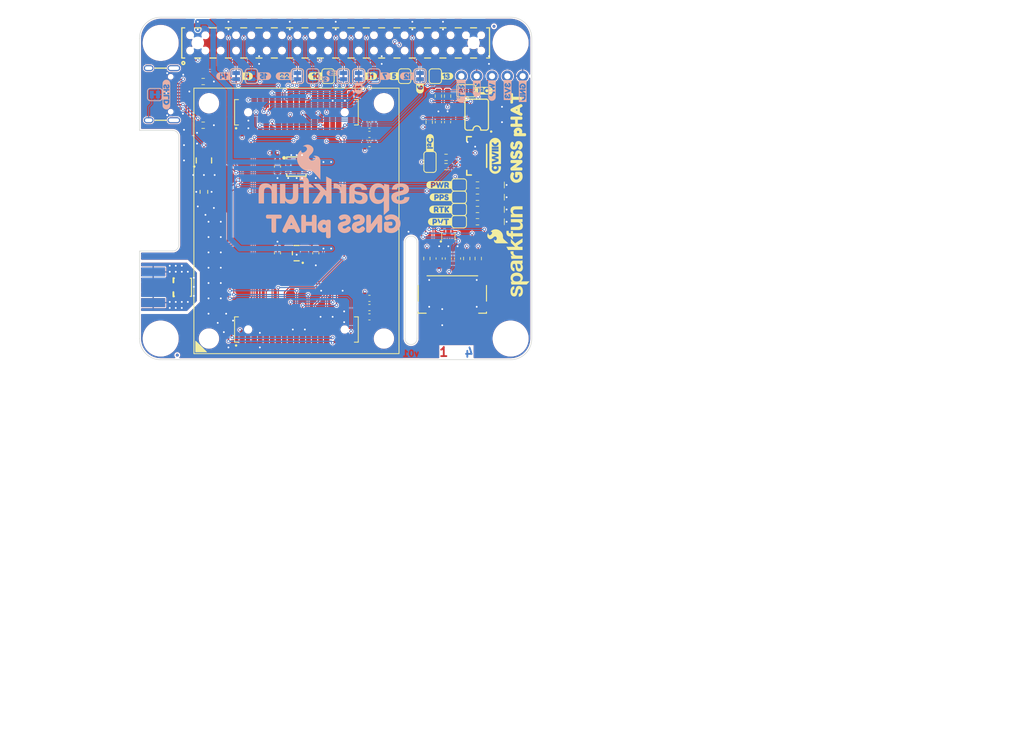
<source format=kicad_pcb>
(kicad_pcb (version 20240108) (generator "pcbnew") (generator_version "8.0")
  (title_block (title "SparkFun Product (Qwiic)") (rev "v10") (company "SparkFun") (comment 1 "Designed by: You"))
  (layers (0 "F.Cu" signal) (1 "In1.Cu" signal) (2 "In2.Cu" signal) (31 "B.Cu" signal) (34 "B.Paste" user) (35 "F.Paste" user) (36 "B.SilkS" user "B.Silkscreen") (37 "F.SilkS" user "F.Silkscreen") (38 "B.Mask" user) (39 "F.Mask" user) (44 "Edge.Cuts" user))
  (net 0 "")
  (net 1 "3.3V")
  (net 2 "GND")
  (net 4 "5V")
  (net 5 "VBACKUP")
  (net 7 "SDA")
  (net 8 "Net-(D6-A)")
  (net 10 "Pi_3V3")
  (net 11 "ID_SC")
  (net 12 "TXD1")
  (net 15 "RXD1")
  (net 16 "SCL")
  (net 17 "ID_SD")
  (net 21 "Net-(D1-I{slash}O2)")
  (net 22 "SD_DAT0")
  (net 23 "RTK_LED")
  (net 24 "VUSB")
  (net 25 "SD_CMD")
  (net 26 "PVT_LED")
  (net 27 "D+")
  (net 28 "SD_CLK")
  (net 30 "Net-(D1-I{slash}O1)")
  (net 31 "SD_DAT3")
  (net 32 "D-")
  (net 33 "Net-(D3-A)")
  (net 34 "Net-(D4-A)")
  (net 35 "Net-(D5-A)")
  (net 36 "Net-(J1-PICO0{slash}GPIO10)")
  (net 37 "Net-(J1-POCI0{slash}GPIO9)")
  (net 38 "Net-(J1-GCLK2{slash}GPIO6)")
  (net 39 "Net-(J1-GCLK0{slash}GPIO4)")
  (net 40 "Net-(J1-GPIO15{slash}RXD)")
  (net 41 "Net-(J1-PWM0{slash}GPIO12)")
  (net 43 "Net-(J1-GPIO14{slash}TXD)")
  (net 45 "Net-(J1-GPIO22)")
  (net 46 "Net-(J1-GPIO23)")
  (net 48 "Net-(JP1-A)")
  (net 49 "Net-(JP1-C)")
  (net 50 "Net-(JP2-A)")
  (net 51 "Net-(JP2-C)")
  (net 57 "Net-(J1-~{CE1}{slash}GPIO7)")
  (net 58 "Net-(J1-GCLK1{slash}GPIO5)")
  (net 59 "Net-(J1-GPIO25)")
  (net 60 "Net-(J1-PWM1{slash}GPIO13)")
  (net 61 "Net-(J1-SCLK0{slash}GPIO11)")
  (net 62 "Net-(J1-GPIO24)")
  (net 63 "Net-(J1-~{CE0}{slash}GPIO8)")
  (net 64 "PPS1")
  (net 65 "PPS2")
  (net 66 "EVENTA")
  (net 67 "EVENTB")
  (net 68 "Net-(J3-In)")
  (net 69 "CTS2")
  (net 70 "CTS3")
  (net 71 "TXD4")
  (net 72 "TXD3")
  (net 73 "RXD2")
  (net 74 "RTS3")
  (net 75 "TXD2")
  (net 76 "RTS2")
  (net 77 "RXD4")
  (net 78 "RXD3")
  (net 82 "Net-(J6-CC2)")
  (net 83 "Net-(J6-SHIELD)")
  (net 85 "Net-(J6-CC1)")
  (net 92 "Net-(JP20-B)")
  (net 93 "Net-(JP21-B)")
  (net 94 "Net-(JP22-B)")
  (net 95 "Net-(JP23-A)")
  (net 96 "GPIO26")
  (net 97 "~{RST}")
  (net 98 "WP")
  (footprint "SparkFun-Aesthetic:Creative_Commons_License" (layer "F.Cu") (at 215.265 168.91)
    (property "Reference" "G3" (hide yes))
    (property "Value" "OSHW_Logo" (hide yes))
  )
  (footprint "kibuzzard-678F893B" (layer "F.Cu") (at 163.703 88.519 90)
    (property "Reference" "kibuzzard-678F893B" (hide yes))
    (property "Value" "G***" (hide yes))
  )
  (footprint "SparkFun-Resistor:R_0603_1608Metric" (layer "F.Cu") (at 166.37 92.456 180)
    (property "Reference" "R5")
    (property "Value" "3.6k")
  )
  (footprint "SparkFun-Jumper:Jumper_2_NC_Trace" (layer "F.Cu") (at 131.572 77.47 -90)
    (property "Reference" "JP10")
    (property "Value" "~")
  )
  (footprint "SparkFun-Capacitor:C_0603_1608Metric" (layer "F.Cu") (at 153.67 88.646)
    (property "Reference" "C15")
    (property "Value" "10uF")
  )
  (footprint "SparkFun-Capacitor:C_0603_1608Metric" (layer "F.Cu") (at 153.67 114.3)
    (property "Reference" "C12")
    (property "Value" "10uF")
  )
  (footprint "SparkFun-Jumper:Jumper_2_NC_Trace" (layer "F.Cu") (at 146.812 77.47 -90)
    (property "Reference" "JP16")
    (property "Value" "~")
  )
  (footprint "kibuzzard-678F8D86" (layer "F.Cu") (at 139.446 77.47)
    (property "Reference" "kibuzzard-678F8D86" (hide yes))
    (property "Value" "G***" (hide yes))
  )
  (footprint "SparkFun-LED:LED_0603_1608Metric_Blue" (layer "F.Cu") (at 174.625 101.6 180)
    (property "Reference" "D4")
    (property "Value" "Blue")
  )
  (footprint "kibuzzard-678F8DB2" (layer "F.Cu") (at 153.924 77.47)
    (property "Reference" "kibuzzard-678F8DB2" (hide yes))
    (property "Value" "G***" (hide yes))
  )
  (footprint "SparkFun-Connector:2x10_2.0mm_Male_Pins_Vertical_SMD" (layer "F.Cu") (at 141.57 83.46 90)
    (property "Reference" "J4")
    (property "Value" "Conn_02x10")
  )
  (footprint "SparkFun-Aesthetic:SparkFun_Logo_15mm" (layer "F.Cu") (at 178.07 106.71 90)
    (property "Reference" "G***" (hide yes))
    (property "Value" "LOGO" (hide yes))
  )
  (footprint "SparkFun-Jumper:Jumper_2_NC_Trace" (layer "F.Cu") (at 168.529 97.536)
    (property "Reference" "JP22")
    (property "Value" "~")
  )
  (footprint "SparkFun-Jumper:Jumper_2_NC_Trace" (layer "F.Cu") (at 168.529 95.504 180)
    (property "Reference" "JP23")
    (property "Value" "~")
  )
  (footprint "SparkFun-Aesthetic:Fiducial_0.5mm_Mask1mm" (layer "F.Cu") (at 121.82 123.71)
    (property "Reference" "FID4")
    (property "Value" "Fiducial_0.5mm")
  )
  (footprint "SparkFun-Capacitor:C_0603_1608Metric" (layer "F.Cu") (at 165.1 85.09 90)
    (property "Reference" "C1")
    (property "Value" "1.0uF")
  )
  (footprint "SparkFun-Resistor:R_0603_1608Metric" (layer "F.Cu") (at 163.195 107.696 90)
    (property "Reference" "R8")
    (property "Value" "10k")
  )
  (footprint "SparkFun-Capacitor:C_0603_1608Metric" (layer "F.Cu") (at 153.67 117.367)
    (property "Reference" "C10")
    (property "Value" "0.1uF")
  )
  (footprint "SparkFun-Aesthetic:Fiducial_0.5mm_Mask1mm" (layer "F.Cu") (at 174.32 69.21)
    (property "Reference" "FID1")
    (property "Value" "Fiducial_0.5mm")
  )
  (footprint "kibuzzard-67922B7F" (layer "F.Cu") (at 178.32 87.71 90)
    (property "Reference" "kibuzzard-67922B7F" (hide yes))
    (property "Value" "G***" (hide yes))
  )
  (footprint "SparkFun-Capacitor:C_0603_1608Metric" (layer "F.Cu") (at 138.43 92.456 90)
    (property "Reference" "C3")
    (property "Value" "1.0uF")
  )
  (footprint "SparkFun-Resistor:R_0603_1608Metric" (layer "F.Cu") (at 171.577 95.504 180)
    (property "Reference" "R14")
    (property "Value" "1k")
  )
  (footprint "kibuzzard-678F893B" (layer "F.Cu") (at 172.67 79.883)
    (property "Reference" "kibuzzard-678F893B" (hide yes))
    (property "Value" "G***" (hide yes))
  )
  (footprint "SparkFun-Resistor:R_0603_1608Metric" (layer "F.Cu") (at 126.111 85.598 180)
    (property "Reference" "R10")
    (property "Value" "5.1k")
  )
  (footprint "SparkFun-Resistor:R_0603_1608Metric" (layer "F.Cu") (at 126.111 78.359 180)
    (property "Reference" "R9")
    (property "Value" "5.1k")
  )
  (footprint "SparkFun-Hardware:Standoff_Raspberry-Pi_HAT+" (layer "F.Cu") (at 119.07 120.96)
    (property "Reference" "ST6")
    (property "Value" "Standoff")
  )
  (footprint "kibuzzard-678F8E41" (layer "F.Cu") (at 144.653 77.47)
    (property "Reference" "kibuzzard-678F8E41" (hide yes))
    (property "Value" "G***" (hide yes))
  )
  (footprint "SparkFun-Capacitor:C_0603_1608Metric" (layer "F.Cu") (at 153.67 85.598)
    (property "Reference" "C13")
    (property "Value" "0.1uF")
  )
  (footprint "kibuzzard-678F8E25" (layer "F.Cu") (at 162.052 79.502 90)
    (property "Reference" "kibuzzard-678F8E25" (hide yes))
    (property "Value" "G***" (hide yes))
  )
  (footprint "SparkFun-LED:LED_0603_1608Metric_Yellow" (layer "F.Cu") (at 174.625 97.536 180)
    (property "Reference" "D5")
    (property "Value" "Yellow")
  )
  (footprint "SparkFun-Aesthetic:qwiic_6mm" (layer "F.Cu") (at 174.498 90.678 90)
    (property "Reference" "G***" (hide yes))
    (property "Value" "LOGO" (hide yes))
  )
  (footprint "SparkFun-Jumper:Jumper_2_NC_Trace" (layer "F.Cu") (at 162.052 77.47 -90)
    (property "Reference" "JP12")
    (property "Value" "~")
  )
  (footprint "SparkFun-Hardware:Standoff" (layer "F.Cu") (at 156.07 81.96)
    (property "Reference" "ST2")
    (property "Value" "Standoff")
  )
  (footprint "kibuzzard-678F8755" (layer "F.Cu") (at 165.481 97.536)
    (property "Reference" "kibuzzard-678F8755" (hide yes))
    (property "Value" "G***" (hide yes))
  )
  (footprint "SparkFun-Jumper:Jumper_2_NC_Trace" (layer "F.Cu") (at 141.732 77.47 90)
    (property "Reference" "JP6")
    (property "Value" "~")
  )
  (footprint "SparkFun-Resistor:R_0603_1608Metric" (layer "F.Cu") (at 171.577 99.568 180)
    (property "Reference" "R11")
    (property "Value" "1k")
  )
  (footprint "SparkFun-Connector:SMA_Edge" (layer "F.Cu") (at 117.824 112.46 90)
    (property "Reference" "J7")
    (property "Value" "SMA_Edge")
  )
  (footprint "SparkFun-Resistor:R_0603_1608Metric" (layer "F.Cu") (at 163.576 85.09 -90)
    (property "Reference" "R3")
    (property "Value" "1k")
  )
  (footprint "SparkFun-Connector:1x05" (layer "F.Cu") (at 179.07 77.47 180)
    (property "Reference" "J9")
    (property "Value" "Conn_01x05")
  )
  (footprint "SparkFun-Connector:microSD_Friction_Fit_Common" (layer "F.Cu") (at 167.42 113.46)
    (property "Reference" "J5")
    (property "Value" "microSD_Friction")
  )
  (footprint "SparkFun-Capacitor:C_0603_1608Metric" (layer "F.Cu") (at 165.227 107.696 90)
    (property "Reference" "C8")
    (property "Value" "10uF")
  )
  (footprint "SparkFun-Jumper:Jumper_2_NC_Trace" (layer "F.Cu") (at 168.529 101.6)
    (property "Reference" "JP21")
    (property "Value" "~")
  )
  (footprint "kibuzzard-67922FE7" (layer "F.Cu") (at 165.227 95.504)
    (property "Reference" "kibuzzard-67922FE7" (hide yes))
    (property "Value" "G***" (hide yes))
  )
  (footprint "SparkFun-Jumper:Jumper_2_NC_Trace" (layer "F.Cu") (at 149.352 77.47 -90)
    (property "Reference" "JP15")
    (property "Value" "~")
  )
  (footprint "SparkFun-Hardware:Standoff_Raspberry-Pi_HAT+" (layer "F.Cu") (at 119.07 71.96)
    (property "Reference" "ST5")
    (property "Value" "Standoff")
  )
  (footprint "SparkFun-Capacitor:C_0603_1608Metric" (layer "F.Cu") (at 168.275 107.696 90)
    (property "Reference" "C7")
    (property "Value" "0.1uF")
  )
  (footprint "kibuzzard-678F878F" (layer "F.Cu") (at 165.354 101.6)
    (property "Reference" "kibuzzard-678F878F" (hide yes))
    (property "Value" "G***" (hide yes))
  )
  (footprint "SparkFun-Semiconductor-Standard:SOT23-6" (layer "F.Cu") (at 126.238 91.44 90)
    (property "Reference" "D1")
    (property "Value" "DT1042-04SO")
  )
  (footprint "SparkFun-Connector:Raspberry_Pi_Shield_Top_Entry_No_Mounting_Holes" (layer "F.Cu") (at 148.07 71.96 90)
    (property "Reference" "J1")
    (property "Value" "Raspberry_Pi_2x20_SMD_Passthrough")
  )
  (footprint "SparkFun-Resistor:R_0603_1608Metric" (layer "F.Cu") (at 166.37 90.932 180)
    (property "Reference" "R4")
    (property "Value" "3.6k")
  )
  (footprint "SparkFun-Connector:JST_SMD_1.0mm-4_Vertical" (layer "F.Cu") (at 171.45 90.678 -90)
    (property "Reference" "J8")
    (property "Value" "Qwiic_Vertical")
  )
  (footprint "SparkFun-Resistor:R_0603_1608Metric" (layer "F.Cu") (at 171.577 97.536 180)
    (property "Reference" "R13")
    (property "Value" "2.2k")
  )
  (footprint "SparkFun-Resistor:R_0603_1608Metric" (layer "F.Cu") (at 166.624 80.772 90)
    (property "Reference" "R2")
    (property "Value" "3.6k")
  )
  (footprint "SparkFun-Resistor:R_0603_1608Metric" (layer "F.Cu") (at 165.1 80.772 90)
    (property "Reference" "R1")
    (property "Value" "3.6k")
  )
  (footprint "SparkFun-Resistor:R_0603_1608Metric" (layer "F.Cu") (at 171.704 107.696 90)
    (property "Reference" "R6")
    (property "Value" "10k")
  )
  (footprint "SparkFun-LED:LED_0603_1608Metric_Red" (layer "F.Cu") (at 174.625 95.504 180)
    (property "Reference" "D6")
    (property "Value" "Red")
  )
  (footprint "SparkFun-Hardware:Standoff_Raspberry-Pi_HAT+" (layer "F.Cu") (at 177.07 120.96)
    (property "Reference" "ST7")
    (property "Value" "Standoff")
  )
  (footprint "SparkFun-Capacitor:C_0603_1608Metric" (layer "F.Cu") (at 166.751 107.696 -90)
    (property "Reference" "C9")
    (property "Value" "1.0uF")
  )
  (footprint "SparkFun-Capacitor:C_0603_1608Metric" (layer "F.Cu") (at 138.43 106.807 -90)
    (property "Reference" "C5")
    (property "Value" "1.0uF")
  )
  (footprint "SparkFun-Semiconductor-Standard:SOT23-5" (layer "F.Cu") (at 141.605 106.807 180)
    (property "Reference" "U3")
    (property "Value" "STLQ015-3.3")
  )
  (footprint "SparkFun-Capacitor:C_0603_1608Metric" (layer "F.Cu") (at 153.67 115.824 180)
    (property "Reference" "C11")
    (property "Value" "1.0uF")
  )
  (footprint "SparkFun-Connector:U.FL" (layer "F.Cu") (at 122.682 112.46 180)
    (property "Reference" "J3")
    (property "Value" "U.FL")
  )
  (footprint "SparkFun-Capacitor:C_0603_1608Metric" (layer "F.Cu") (at 144.78 106.807 90)
    (property "Reference" "C4")
    (property "Value" "1.0uF")
  )
  (footprint "SparkFun-Semiconductor-Standard:UDFN-8" (layer "F.Cu") (at 141.57 92.46)
    (property "Reference" "U2")
    (property "Value" "AP7361C-3.3V")
  )
  (footprint "SparkFun-Hardware:Standoff" (layer "F.Cu") (at 127.07 120.96)
    (property "Reference" "ST4")
    (property "Value" "Standoff")
  )
  (footprint "kibuzzard-678F8E11" (layer "F.Cu") (at 157.607 77.47)
    (property "Reference" "kibuzzard-678F8E11" (hide yes))
    (property "Value" "G***" (hide yes))
  )
  (footprint "SparkFun-Capacitor:C_0603_1608Metric" (layer "F.Cu") (at 166.624 85.09 90)
    (property "Reference" "C6")
    (property "Value" "0.1uF")
  )
  (footprint "SparkFun-Capacitor:C_0603_1608Metric" (layer "F.Cu") (at 144.78 92.456 90)
    (property "Reference" "C2")
    (property "Value" "1.0uF")
  )
  (footprint "SparkFun-Hardware:Standoff" (layer "F.Cu") (at 156.07 120.96)
    (property "Reference" "ST3")
    (property "Value" "Standoff")
  )
  (footprint "kibuzzard-67922E39" (layer "F.Cu") (at 166.57 77.46)
    (property "Reference" "kibuzzard-67922E39" (hide yes))
    (property "Value" "G***" (hide yes))
  )
  (footprint "SparkFun-Jumper:Jumper_2_NC_Trace" (layer "F.Cu") (at 164.592 77.47 -90)
    (property "Reference" "JP19")
    (property "Value" "~")
  )
  (footprint "kibuzzard-678F8777" (layer "F.Cu") (at 165.481 99.568)
    (property "Reference" "kibuzzard-678F8777" (hide yes))
    (property "Value" "G***" (hide yes))
  )
  (footprint "SparkFun-Resistor:R_0603_1608Metric" (layer "F.Cu") (at 169.799 107.696 90)
    (property "Reference" "R7")
    (property "Value" "10k")
  )
  (footprint "SparkFun-Resistor:R_0603_1608Metric" (layer "F.Cu") (at 171.577 101.6 180)
    (property "Reference" "R12")
    (property "Value" "2.2k")
  )
  (footprint "SparkFun-Capacitor:C_0603_1608Metric" (layer "F.Cu") (at 153.67 87.122 180)
    (property "Reference" "C14")
    (property "Value" "1.0uF")
  )
  (footprint "SparkFun-Connector:USB-C_16" (layer "F.Cu") (at 122.17 80.46 -90)
    (property "Reference" "J6")
    (property "Value" "USB_C_Receptacle")
  )
  (footprint "SparkFun-Hardware:Standoff_Raspberry-Pi_HAT+" (layer "F.Cu") (at 177.07 71.96)
    (property "Reference" "ST8")
    (property "Value" "Standoff")
  )
  (footprint "SparkFun-Jumper:Jumper_2_NC_Trace" (layer "F.Cu") (at 168.529 99.568)
    (property "Reference" "JP20")
    (property "Value" "~")
  )
  (footprint "SparkFun-Connector:2x10_2.0mm_Male_Pins_Vertical_SMD" (layer "F.Cu") (at 141.57 119.46 90)
    (property "Reference" "J2")
    (property "Value" "Conn_02x10")
  )
  (footprint "SparkFun-Semiconductor-Standard:SO-8" (layer "F.Cu") (at 171.45 83.82 180)
    (property "Reference" "U1")
    (property "Value" "CAT24C512WI-GT3")
  )
  (footprint "SparkFun-Jumper:Jumper_3_NO" (layer "F.Cu") (at 169.672 79.883 180)
    (property "Reference" "JP2")
    (property "Value" "~")
  )
  (footprint "SparkFun-Jumper:Jumper_2_NC_Trace" (layer "F.Cu") (at 151.892 77.47 -90)
    (property "Reference" "JP17")
    (property "Value" "~")
  )
  (footprint "SparkFun-LED:LED_0603_1608Metric_White" (layer "F.Cu") (at 174.625 99.568 180)
    (property "Reference" "D3")
    (property "Value" "White")
  )
  (footprint "kibuzzard-678F8D59" (layer "F.Cu") (at 133.477 77.47)
    (property "Reference" "kibuzzard-678F8D59" (hide yes))
    (property "Value" "G***" (hide yes))
  )
  (footprint "SparkFun-Hardware:Standoff" (layer "F.Cu") (at 127.07 81.96)
    (property "Reference" "ST1")
    (property "Value" "Standoff")
  )
  (footprint "SparkFun-Jumper:Jumper_2_NC_Trace" (layer "F.Cu") (at 159.512 77.47 -90)
    (property "Reference" "JP11")
    (property "Value" "~")
  )
  (footprint "SparkFun-Jumper:Jumper_3_NC-2_Trace" (layer "F.Cu") (at 163.703 91.694 90)
    (property "Reference" "JP1")
    (property "Value" "~")
  )
  (footprint "SparkFun-Semiconductor-Standard:SOT-353" (layer "F.Cu") (at 166.751 104.013 90)
    (property "Reference" "D2")
    (property "Value" "DF5A5.6LFU")
  )
  (footprint "SparkFun-Coil:RFCMF1220100M4T" (layer "F.Cu") (at 126.238 96.647 -90)
    (property "Reference" "TR1")
    (property "Value" "RFCMF1220100M4T")
  )
  (footprint "kibuzzard-678F8F2B" (layer "B.Cu") (at 136.271 77.47 180)
    (property "Reference" "kibuzzard-678F8F2B" (hide yes))
    (property "Value" "G***" (hide yes))
  )
  (footprint "SparkFun-Jumper:Jumper_2_NC_Trace" (layer "B.Cu") (at 134.112 77.47 90)
    (property "Reference" "JP5")
    (property "Value" "~")
  )
  (footprint "kibuzzard-678F8ED3" (layer "B.Cu") (at 147.447 76.962 180)
    (property "Reference" "kibuzzard-678F8ED3" (hide yes))
    (property "Value" "G***" (hide yes))
  )
  (footprint "SparkFun-Jumper:Jumper_2_NC_Trace" (layer "B.Cu") (at 131.572 77.47 90)
    (property "Reference" "JP4")
    (property "Value" "~")
  )
  (footprint "SparkFun-Aesthetic:Fiducial_0.5mm_Mask1mm" (layer "B.Cu") (at 174.32 69.21 180)
    (property "Reference" "FID3")
    (property "Value" "Fiducial_0.5mm")
  )
  (footprint "kibuzzard-678F8E95" (layer "B.Cu") (at 159.893 77.47 180)
    (property "Reference" "kibuzzard-678F8E95" (hide yes))
    (property "Value" "G***" (hide yes))
  )
  (footprint "kibuzzard-679237B7" (layer "B.Cu") (at 176.57 79.76 -90)
    (property "Reference" "kibuzzard-679237B7" (hide yes))
    (property "Value" "G***" (hide yes))
  )
  (footprint "SparkFun-Jumper:Jumper_2_NC_Trace" (layer "B.Cu") (at 149.352 77.47 90)
    (property "Reference" "JP9")
    (property "Value" "~")
  )
  (footprint "kibuzzard-67923C07" (layer "B.Cu") (at 147.67 102.36 180)
    (property "Reference" "kibuzzard-67923C07" (hide yes))
    (property "Value" "G***" (hide yes))
  )
  (footprint "SparkFun-Aesthetic:Fiducial_0.5mm_Mask1mm" (layer "B.Cu") (at 121.82 123.71 180)
    (property "Reference" "FID2")
    (property "Value" "Fiducial_0.5mm")
  )
  (footprint "kibuzzard-67923645" (layer "B.Cu") (at 151.87 79.56 -90)
    (property "Reference" "kibuzzard-67923645" (hide yes))
    (property "Value" "G***" (hide yes))
  )
  (footprint "SparkFun-Jumper:Jumper_2_NC_Trace" (layer "B.Cu") (at 141.732 77.47 90)
    (property "Reference" "JP7")
    (property "Value" "~")
  )
  (footprint "SparkFun-Jumper:Jumper_2_NC_Trace" (layer "B.Cu") (at 162.052 77.47 -90)
    (property "Reference" "JP18")
    (property "Value" "~")
  )
  (footprint "kibuzzard-678F8F11" (layer "B.Cu") (at 139.446 77.47 180)
    (property "Reference" "kibuzzard-678F8F11" (hide yes))
    (property "Value" "G***" (hide yes))
  )
  (footprint "kibuzzard-678F8EB4" (layer "B.Cu") (at 156.337 77.47 180)
    (property "Reference" "kibuzzard-678F8EB4" (hide yes))
    (property "Value" "G***" (hide yes))
  )
  (footprint "kibuzzard-678F8AD2" (layer "B.Cu") (at 168.87 79.96 -90)
    (property "Reference" "kibuzzard-678F8AD2" (hide yes))
    (property "Value" "G***" (hide yes))
  )
  (footprint "kibuzzard-678F8F42" (layer "B.Cu") (at 129.413 77.47 180)
    (property "Reference" "kibuzzard-678F8F42" (hide yes))
    (property "Value" "G***" (hide yes))
  )
  (footprint "SparkFun-Jumper:Jumper_2_NC_Trace" (layer "B.Cu") (at 118.11 80.518 180)
    (property "Reference" "JP3")
    (property "Value" "~")
  )
  (footprint "kibuzzard-678F918F" (layer "B.Cu") (at 173.97 79.86 -90)
    (property "Reference" "kibuzzard-678F918F" (hide yes))
    (property "Value" "G***" (hide yes))
  )
  (footprint "kibuzzard-67922EA6" (layer "B.Cu") (at 171.47 79.56 -90)
    (property "Reference" "kibuzzard-67922EA6" (hide yes))
    (property "Value" "G***" (hide yes))
  )
  (footprint "SparkFun-Jumper:Jumper_2_NC_Trace" (layer "B.Cu") (at 144.272 77.47 90)
    (property "Reference" "JP8")
    (property "Value" "~")
  )
  (footprint "SparkFun-Jumper:Jumper_2_NC_Trace" (layer "B.Cu") (at 154.432 77.47 -90)
    (property "Reference" "JP13")
    (property "Value" "~")
  )
  (footprint "SparkFun-Aesthetic:SparkFun_Logo_25mm" (layer "B.Cu") (at 148.27 96.76 180)
    (property "Reference" "G***" (hide yes))
    (property "Value" "LOGO" (hide yes))
  )
  (footprint "kibuzzard-679237A8" (layer "B.Cu") (at 179.07 79.96 -90)
    (property "Reference" "kibuzzard-679237A8" (hide yes))
    (property "Value" "G***" (hide yes))
  )
  (footprint "SparkFun-Jumper:Jumper_2_NC_Trace" (layer "B.Cu") (at 151.892 77.47 -90)
    (property "Reference" "JP14")
    (property "Value" "~")
  )
  (footprint "kibuzzard-678F8EED" (layer "B.Cu") (at 146.177 77.978 180)
    (property "Reference" "kibuzzard-678F8EED" (hide yes))
    (property "Value" "G***" (hide yes))
  )
  (footprint "kibuzzard-678F92B8" (layer "B.Cu") (at 120.015 80.518 -90)
    (property "Reference" "kibuzzard-678F92B8" (hide yes))
    (property "Value" "G***" (hide yes))
  )
  (gr_rect (start 124.57 79.46) (end 158.57 123.46) (stroke (width 0.15)) (fill none) (layer "F.SilkS"))
  (gr_poly (pts (xy 124.87 123.16) (xy 124.87 121.41) (xy 126.62 123.16)) (stroke (width 0.15)) (fill solid) (layer "F.SilkS"))
  (gr_arc (start 121.07 86.46) (mid 121.777107 86.752893) (end 122.07 87.46) (stroke (width 0.1)) (layer "Edge.Cuts"))
  (gr_arc (start 119.07 124.46) (mid 116.595126 123.434874) (end 115.57 120.96) (stroke (width 0.1)) (layer "Edge.Cuts"))
  (gr_line (start 115.57 106.46) (end 115.57 120.96) (stroke (width 0.1)) (layer "Edge.Cuts"))
  (gr_line (start 119.07 124.46) (end 177.07 124.46) (stroke (width 0.1)) (layer "Edge.Cuts"))
  (gr_line (start 119.07 67.71) (end 177.07 67.71) (stroke (width 0.1)) (layer "Edge.Cuts"))
  (gr_line (start 180.57 120.96) (end 180.57 71.21) (stroke (width 0.1)) (layer "Edge.Cuts"))
  (gr_line (start 161.57 120.96) (end 161.57 104.96) (stroke (width 0.1)) (layer "Edge.Cuts"))
  (gr_line (start 122.07 87.46) (end 122.07 105.46) (stroke (width 0.1)) (layer "Edge.Cuts"))
  (gr_line (start 115.57 71.21) (end 115.57 86.46) (stroke (width 0.1)) (layer "Edge.Cuts"))
  (gr_arc (start 115.57 71.21) (mid 116.595126 68.735126) (end 119.07 67.71) (stroke (width 0.1)) (layer "Edge.Cuts"))
  (gr_arc (start 177.07 67.71) (mid 179.544874 68.735126) (end 180.57 71.21) (stroke (width 0.1)) (layer "Edge.Cuts"))
  (gr_line (start 115.57 86.46) (end 121.07 86.46) (stroke (width 0.1)) (layer "Edge.Cuts"))
  (gr_arc (start 180.57 120.96) (mid 179.544874 123.434874) (end 177.07 124.46) (stroke (width 0.1)) (layer "Edge.Cuts"))
  (gr_arc (start 161.57 120.96) (mid 160.57 121.96) (end 159.57 120.96) (stroke (width 0.1)) (layer "Edge.Cuts"))
  (gr_arc (start 159.57 104.96) (mid 160.57 103.96) (end 161.57 104.96) (stroke (width 0.1)) (layer "Edge.Cuts"))
  (gr_line (start 121.07 106.46) (end 115.57 106.46) (stroke (width 0.1)) (layer "Edge.Cuts"))
  (gr_arc (start 122.07 105.46) (mid 121.777107 106.167107) (end 121.07 106.46) (stroke (width 0.1)) (layer "Edge.Cuts"))
  (gr_line (start 159.57 120.96) (end 159.57 104.96) (stroke (width 0.1)) (layer "Edge.Cuts"))
  (gr_text "1" (at 165.989 123.19 0) (layer "F.Cu") (effects (font (size 1.5 1.5) (thickness 0.3) (bold yes))))
  (gr_text "v01" (at 160.528 123.444 0) (layer "B.Cu" knockout) (effects (font (size 1.016 1.016) (thickness 0.254) (bold yes)) (justify mirror)))
  (gr_text "4" (at 170.18 123.317 0) (layer "B.Cu") (effects (font (size 1.5 1.5) (thickness 0.3) (bold yes)) (justify mirror)))
  (segment (start 132.57 119.87) (end 132.207 119.507) (width 0.5588) (layer "F.Cu") (net 1))
  (segment (start 138.43 91.681) (end 138.43 90.17) (width 0.5588) (layer "F.Cu") (net 1))
  (segment (start 162.56 85.915) (end 163.576 85.915) (width 0.1778) (layer "F.Cu") (net 1))
  (segment (start 152.895 114.3) (end 152.895 115.824) (width 0.5588) (layer "F.Cu") (net 1))
  (segment (start 152.4 81.915) (end 151.82 81.335) (width 0.5588) (layer "F.Cu") (net 1))
  (segment (start 152.895 88.646) (end 152.895 89.776) (width 0.5588) (layer "F.Cu") (net 1))
  (segment (start 165.227 108.471) (end 166.751 108.471) (width 0.5588) (layer "F.Cu") (net 1))
  (segment (start 168.51 85.865) (end 168.65 85.725) (width 0.1778) (layer "F.Cu") (net 1))
  (segment (start 139.332 91.681) (end 138.43 91.681) (width 0.3048) (layer "F.Cu") (net 1))
  (segment (start 152.895 87.122) (end 152.895 85.598) (width 0.5588) (layer "F.Cu") (net 1))
  (segment (start 151.82 81.335) (end 150.57 81.335) (width 0.5588) (layer "F.Cu") (net 1))
  (segment (start 163.195 106.871) (end 163.195 105.664) (width 0.1778) (layer "F.Cu") (net 1))
  (segment (start 152.895 115.824) (end 152.895 117.367) (width 0.5588) (layer "F.Cu") (net 1))
  (segment (start 140.195 91.485) (end 139.528 91.485) (width 0.3048) (layer "F.Cu") (net 1))
  (segment (start 152.895 88.646) (end 152.895 87.122) (width 0.5588) (layer "F.Cu") (net 1))
  (segment (start 169.672 79.883) (end 169.672 81.153) (width 0.1778) (layer "F.Cu") (net 1))
  (segment (start 171.188 90.178) (end 171.196 90.17) (width 0.1778) (layer "F.Cu") (net 1))
  (segment (start 166.751 108.471) (end 168.275 108.471) (width 0.5588) (layer "F.Cu") (net 1))
  (segment (start 132.57 85.585) (end 132.57 87.612) (width 0.5588) (layer "F.Cu") (net 1))
  (segment (start 168.0083 94.2213) (end 167.894 94.107) (width 0.1524) (layer "F.Cu") (net 1))
  (segment (start 132.57 87.612) (end 132.588 87.63) (width 0.5588) (layer "F.Cu") (net 1))
  (segment (start 166.624 85.865) (end 168.51 85.865) (width 0.1778) (layer "F.Cu") (net 1))
  (segment (start 132.57 121.585) (end 132.57 119.87) (width 0.5588) (layer "F.Cu") (net 1))
  (segment (start 150.602 117.367) (end 150.57 117.335) (width 0.5588) (layer "F.Cu") (net 1))
  (segment (start 169.939 90.178) (end 171.188 90.178) (width 0.1778) (layer "F.Cu") (net 1))
  (segment (start 152.895 85.598) (end 152.895 84.315) (width 0.5588) (layer "F.Cu") (net 1))
  (segment (start 152.895 117.367) (end 150.602 117.367) (width 0.5588) (layer "F.Cu") (net 1))
  (segment (start 152.4 83.82) (end 152.4 81.915) (width 0.5588) (layer "F.Cu") (net 1))
  (segment (start 152.895 89.776) (end 152.908 89.789) (width 0.5588) (layer "F.Cu") (net 1))
  (segment (start 165.1 85.865) (end 166.624 85.865) (width 0.1778) (layer "F.Cu") (net 1))
  (segment (start 168.0083 95.504) (end 168.0083 94.2213) (width 0.1524) (layer "F.Cu") (net 1))
  (segment (start 137.16 90.17) (end 138.43 90.17) (width 0.5588) (layer "F.Cu") (net 1))
  (segment (start 152.895 114.3) (end 152.895 113.17) (width 0.5588) (layer "F.Cu") (net 1))
  (segment (start 152.895 113.17) (end 152.908 113.157) (width 0.5588) (layer "F.Cu") (net 1))
  (segment (start 171.704 106.871) (end 171.704 105.664) (width 0.1778) (layer "F.Cu") (net 1))
  (segment (start 165.227 108.471) (end 165.227 109.601) (width 0.5588) (layer "F.Cu") (net 1))
  (segment (start 168.275 117.39) (end 168.32 117.435) (width 0.4064) (layer "F.Cu") (net 1))
  (segment (start 163.576 85.915) (end 165.05 85.915) (width 0.1778) (layer "F.Cu") (net 1))
  (segment (start 139.528 91.485) (end 139.332 91.681) (width 0.3048) (layer "F.Cu") (net 1))
  (segment (start 169.799 106.871) (end 169.799 105.664) (width 0.1778) (layer "F.Cu") (net 1))
  (segment (start 152.895 84.315) (end 152.4 83.82) (width 0.5588) (layer "F.Cu") (net 1))
  (segment (start 163.703 91.694) (end 162.306 91.694) (width 0.1778) (layer "F.Cu") (net 1))
  (segment (start 165.05 85.915) (end 165.1 85.865) (width 0.1778) (layer "F.Cu") (net 1))
  (segment (start 168.275 108.471) (end 168.275 117.39) (width 0.4064) (layer "F.Cu") (net 1))
  (via (at 162.56 85.915) (size 0.56) (drill 0.3) (layers "F.Cu" "B.Cu") (net 1))
  (via (at 152.908 89.789) (size 0.56) (drill 0.3) (layers "F.Cu" "B.Cu") (net 1))
  (via (at 165.227 109.601) (size 0.56) (drill 0.3) (layers "F.Cu" "B.Cu") (net 1))
  (via (at 132.207 119.507) (size 0.56) (drill 0.3) (layers "F.Cu" "B.Cu") (net 1))
  (via (at 137.16 90.17) (size 0.56) (drill 0.3) (layers "F.Cu" "B.Cu") (net 1))
  (via (at 132.588 87.63) (size 0.56) (drill 0.3) (layers "F.Cu" "B.Cu") (net 1))
  (via (at 152.908 113.157) (size 0.56) (drill 0.3) (layers "F.Cu" "B.Cu") (net 1))
  (via (at 138.43 90.17) (size 0.56) (drill 0.3) (layers "F.Cu" "B.Cu") (net 1))
  (via (at 169.799 105.664) (size 0.56) (drill 0.3) (layers "F.Cu" "B.Cu") (net 1))
  (via (at 163.195 105.664) (size 0.56) (drill 0.3) (layers "F.Cu" "B.Cu") (net 1))
  (via (at 171.196 90.17) (size 0.56) (drill 0.3) (layers "F.Cu" "B.Cu") (net 1))
  (via (at 169.672 81.153) (size 0.56) (drill 0.3) (layers "F.Cu" "B.Cu") (net 1))
  (via (at 167.894 94.107) (size 0.56) (drill 0.3) (layers "F.Cu" "B.Cu") (net 1))
  (via (at 162.306 91.694) (size 0.56) (drill 0.3) (layers "F.Cu" "B.Cu") (net 1))
  (via (at 171.704 105.664) (size 0.56) (drill 0.3) (layers "F.Cu" "B.Cu") (net 1))
  (segment (start 121.83 83.685) (end 121.568 83.947) (width 0.1778) (layer "F.Cu") (net 2))
  (segment (start 121.557 76.962) (end 120.142 76.962) (width 0.1778) (layer "F.Cu") (net 2))
  (segment (start 122.74325 83.685) (end 122.75125 83.693) (width 0.1778) (layer "F.Cu") (net 2))
  (segment (start 121.83 77.235) (end 121.557 76.962) (width 0.1778) (layer "F.Cu") (net 2))
  (segment (start 121.83 77.235) (end 122.79 77.235) (width 0.1778) (layer "F.Cu") (net 2))
  (segment (start 122.79 77.235) (end 122.809 77.216) (width 0.1778) (layer "F.Cu") (net 2))
  (segment (start 126.238 92.7401) (end 126.238 93.853) (width 0.1778) (layer "F.Cu") (net 2))
  (segment (start 121.568 83.947) (end 120.142 83.947) (width 0.1778) (layer "F.Cu") (net 2))
  (segment (start 121.83 83.685) (end 122.74325 83.685) (width 0.1778) (layer "F.Cu") (net 2))
  (via (at 127 116.84) (size 0.56) (drill 0.3) (layers "F.Cu" "B.Cu") (net 2))
  (via (at 176.403 99.568) (size 0.56) (drill 0.3) (layers "F.Cu" "B.Cu") (net 2))
  (via (at 125.222 99.06) (size 0.56) (drill 0.3) (layers "F.Cu" "B.Cu") (net 2))
  (via (at 165.862 69.723) (size 0.56) (drill 0.3) (layers "F.Cu" "B.Cu") (net 2))
  (via (at 130.302 69.723) (size 0.56) (drill 0.3) (layers "F.Cu" "B.Cu") (net 2))
  (via (at 173.482 75.438) (size 0.56) (drill 0.3) (layers "F.Cu" "B.Cu") (net 2))
  (via (at 124.57 112.39) (size 0.56) (drill 0.3) (layers "F.Cu" "B.Cu") (net 2))
  (via (at 122.936 88.9) (size 0.56) (drill 0.3) (layers "F.Cu" "B.Cu") (net 2))
  (via (at 149.606 81.534) (size 0.56) (drill 0.3) (layers "F.Cu" "B.Cu") (net 2))
  (via (at 128.016 93.853) (size 0.56) (drill 0.3) (layers "F.Cu" "B.Cu") (net 2))
  (via (at 124.57 110.89) (size 0.56) (drill 0.3) (layers "F.Cu" "B.Cu") (net 2))
  (via (at 121.57 108.89) (size 0.56) (drill 0.3) (layers "F.Cu" "B.Cu") (net 2))
  (via (at 155.702 75.438) (size 0.56) (drill 0.3) (layers "F.Cu" "B.Cu") (net 2))
  (via (at 141.605 90.551) (size 0.56) (drill 0.3) (layers "F.Cu" "B.Cu") (net 2))
  (via (at 176.403 97.536) (size 0.56) (drill 0.3) (layers "F.Cu" "B.Cu") (net 2))
  (via (at 140.462 69.723) (size 0.56) (drill 0.3) (layers "F.Cu" "B.Cu") (net 2))
  (via (at 171.196 89.154) (size 0.56) (drill 0.3) (layers "F.Cu" "B.Cu") (net 2))
  (via (at 123.57 109.89) (size 0.56) (drill 0.3) (layers "F.Cu" "B.Cu") (net 2))
  (via (at 127.889 78.359) (size 0.56) (drill 0.3) (layers "F.Cu" "B.Cu") (net 2))
  (via (at 148.082 69.723) (size 0.56) (drill 0.3) (layers "F.Cu" "B.Cu") (net 2))
  (via (at 168.275 105.664) (size 0.56) (drill 0.3) (layers "F.Cu" "B.Cu") (net 2))
  (via (at 120.142 76.962) (size 0.56) (drill 0.3) (layers "F.Cu" "B.Cu") (net 2))
  (via (at 129.032 104.14) (size 0.56) (drill 0.3) (layers "F.Cu" "B.Cu") (net 2))
  (via (at 122.75125 83.693) (size 0.56) (drill 0.3) (layers "F.Cu" "B.Cu") (net 2))
  (via (at 160.782 68.453) (size 0.56) (drill 0.3) (layers "F.Cu" "B.Cu") (net 2))
  (via (at 138.43 104.902) (size 0.56) (drill 0.3) (layers "F.Cu" "B.Cu") (net 2))
  (via (at 124.46 93.853) (size 0.56) (drill 0.3) (layers "F.Cu" "B.Cu") (net 2))
  (via (at 122.936 91.44) (size 0.56) (drill 0.3) (layers "F.Cu" "B.Cu") (net 2))
  (via (at 127 109.22) (size 0.56) (drill 0.3) (layers "F.Cu" "B.Cu") (net 2))
  (via (at 140.97 119.46) (size 0.56) (drill 0.3) (layers "F.Cu" "B.Cu") (net 2))
  (via (at 149.479 116.459) (size 0.56) (drill 0.3) (layers "F.Cu" "B.Cu") (net 2))
  (via (at 163.576 115.697) (size 0.56) (drill 0.3) (layers "F.Cu" "B.Cu") (net 2))
  (via (at 124.57 113.89) (size 0.56) (drill 0.3) (layers "F.Cu" "B.Cu") (net 2))
  (via (at 147.57 117.36) (size 0.56) (drill 0.3) (layers "F.Cu" "B.Cu") (net 2))
  (via (at 129.921 116.84) (size 0.56) (drill 0.3) (layers "F.Cu" "B.Cu") (net 2))
  (via (at 120.57 114.89) (size 0.56) (drill 0.3) (layers "F.Cu" "B.Cu") (net 2))
  (via (at 165.862 68.453) (size 0.56) (drill 0.3) (layers "F.Cu" "B.Cu") (net 2))
  (via (at 135.382 75.438) (size 0.56) (drill 0.3) (layers "F.Cu" "B.Cu") (net 2))
  (via (at 120.57 108.89) (size 0.56) (drill 0.3) (layers "F.Cu" "B.Cu") (net 2))
  (via (at 121.57 109.89) (size 0.56) (drill 0.3) (layers "F.Cu" "B.Cu") (net 2))
  (via (at 120.142 83.947) (size 0.56) (drill 0.3) (layers "F.Cu" "B.Cu") (net 2))
  (via (at 142.494 90.551) (size 0.56) (drill 0.3) (layers "F.Cu" "B.Cu") (net 2))
  (via (at 129.032 101.6) (size 0.56) (drill 0.3) (layers "F.Cu" "B.Cu") (net 2))
  (via (at 166.751 105.664) (size 0.56) (drill 0.3) (layers "F.Cu" "B.Cu") (net 2))
  (via (at 144.78 94.361) (size 0.56) (drill 0.3) (layers "F.Cu" "B.Cu") (net 2))
  (via (at 175.641 82.55) (size 0.56) (drill 0.3) (layers "F.Cu" "B.Cu") (net 2))
  (via (at 122.809 77.216) (size 0.56) (drill 0.3) (layers "F.Cu" "B.Cu") (net 2))
  (via (at 122.936 86.36) (size 0.56) (drill 0.3) (layers "F.Cu" "B.Cu") (net 2))
  (via (at 171.45 115.697) (size 0.56) (drill 0.3) (layers "F.Cu" "B.Cu") (net 2))
  (via (at 145.669 113.03) (size 0.56) (drill 0.3) (layers "F.Cu" "B.Cu") (net 2))
  (via (at 165.1 83.312) (size 0.56) (drill 0.3) (layers "F.Cu" "B.Cu") (net 2))
  (via (at 173.482 74.168) (size 0.56) (drill 0.3) (layers "F.Cu" "B.Cu") (net 2))
  (via (at 163.576 111.252) (size 0.56) (drill 0.3) (layers "F.Cu" "B.Cu") (net 2))
  (via (at 176.403 95.504) (size 0.56) (drill 0.3) (layers "F.Cu" "B.Cu") (net 2))
  (via (at 126.238 93.853) (size 0.56) (drill 0.3) (layers "F.Cu" "B.Cu") (net 2))
  (via (at 131.064 117.983) (size 0.56) (drill 0.3) (layers "F.Cu" "B.Cu") (net 2))
  (via (at 129.032 109.22) (size 0.56) (drill 0.3) (layers "F.Cu" "B.Cu") (net 2))
  (via (at 129.032 106.68) (size 0.56) (drill 0.3) (layers "F.Cu" "B.Cu") (net 2))
  (via (at 144.78 108.8257) (size 0.56) (drill 0.3) (layers "F.Cu" "B.Cu") (net 2))
  (via (at 148.082 68.453) (size 0.56) (drill 0.3) (layers "F.Cu" "B.Cu") (net 2))
  (via (at 128.524 118.364) (size 0.56) (drill 0.3) (layers "F.Cu" "B.Cu") (net 2))
  (via (at 130.302 122.428) (size 0.56) (drill 0.3) (layers "F.Cu" "B.Cu") (net 2))
  (via (at 135.509 120.015) (size 0.56) (drill 0.3) (layers "F.Cu" "B.Cu") (net 2))
  (via (at 138.43 94.361) (size 0.56) (drill 0.3) (layers "F.Cu" "B.Cu") (net 2))
  (via (at 122.57 109.89) (size 0.56) (drill 0.3) (layers "F.Cu" "B.Cu") (net 2))
  (via (at 165.735 116.078) (size 0.56) (drill 0.3) (layers "F.Cu" "B.Cu") (net 2))
  (via (at 125.095 88.646) (size 0.56) (drill 0.3) (layers "F.Cu" "B.Cu") (net 2))
  (via (at 133.604 84.836) (size 0.56) (drill 0.3) (layers "F.Cu" "B.Cu") (net 2))
  (via (at 140.208 94.361) (size 0.56) (drill 0.3) (layers "F.Cu" "B.Cu") (net 2))
  (via (at 166.624 83.312) (size 0.56) (drill 0.3) (layers "F.Cu" "B.Cu") (net 2))
  (via (at 127 106.68) (size 0.56) (drill 0.3) (layers "F.Cu" "B.Cu") (net 2))
  (via (at 145.57 117.36) (size 0.56) (drill 0.3) (layers "F.Cu" "B.Cu") (net 2))
  (via (at 120.015 80.264) (size 0.56) (drill 0.3) (layers "F.Cu" "B.Cu") (net 2))
  (via (at 140.716 90.551) (size 0.56) (drill 0.3) (layers "F.Cu" "B.Cu") (net 2))
  (via (at 160.147 103.251) (size 0.56) (drill 0.3) (layers "F.Cu" "B.Cu") (net 2))
  (via (at 120.57 109.89) (size 0.56) (drill 0.3) (layers "F.Cu" "B.Cu") (net 2))
  (via (at 155.702 74.168) (size 0.56) (drill 0.3) (layers "F.Cu" "B.Cu") (net 2))
  (via (at 171.45 111.252) (size 0.56) (drill 0.3) (layers "F.Cu" "B.Cu") (net 2))
  (via (at 127 104.14) (size 0.56) (drill 0.3) (layers "F.Cu" "B.Cu") (net 2))
  (via (at 120.57 115.89) (size 0.56) (drill 0.3) (layers "F.Cu" "B.Cu") (net 2))
  (via (at 124.968 96.647) (size 0.56) (drill 0.3) (layers "F.Cu" "B.Cu") (net 2))
  (via (at 176.403 101.6) (size 0.56) (drill 0.3) (layers "F.Cu" "B.Cu") (net 2))
  (via (at 123.825 80.01) (size 0.56) (drill 0.3) (layers "F.Cu" "B.Cu") (net 2))
  (via (at 149.479 118.237) (size 0.56) (drill 0.3) (layers "F.Cu" "B.Cu") (net 2))
  (via (at 142.97 119.46) (size 0.56) (drill 0.3) (layers "F.Cu" "B.Cu") (net 2))
  (via (at 127.508 96.647) (size 0.56) (drill 0.3) (layers "F.Cu" "B.Cu") (net 2))
  (via (at 175.641 85.09) (size 0.56) (drill 0.3) (layers "F.Cu" "B.Cu") (net 2))
  (via (at 160.782 69.723) (size 0.56) (drill 0.3) (layers "F.Cu" "B.Cu") (net 2))
  (via (at 122.57 114.89) (size 0.56) (drill 0.3) (layers "F.Cu" "B.Cu") (net 2))
  (via (at 123.57 114.89) (size 0.56) (drill 0.3) (layers "F.Cu" "B.Cu") (net 2))
  (via (at 125.095 86.868) (size 0.56) (drill 0.3) (layers "F.Cu" "B.Cu") (net 2))
  (via (at 127 111.76) (size 0.56) (drill 0.3) (layers "F.Cu" "B.Cu") (net 2))
  (via (at 121.57 115.89) (size 0.56) (drill 0.3) (layers "F.Cu" "B.Cu") (net 2))
  (via (at 141.605 107.061) (size 0.56) (drill 0.3) (layers "F.Cu" "B.Cu") (net 2))
  (via (at 165.429885 101.905115) (size 0.56) (drill 0.3) (layers "F.Cu" "B.Cu") (net 2))
  (via (at 142.494 94.361) (size 0.56) (drill 0.3) (layers "F.Cu" "B.Cu") (net 2))
  (via (at 147.574 81.534) (size 0.56) (drill 0.3) (layers "F.Cu" "B.Cu") (net 2))
  (via (at 165.735 118.745) (size 0.56) (drill 0.3) (layers "F.Cu" "B.Cu") (net 2))
  (via (at 129.54 119.888) (size 0.56) (drill 0.3) (layers "F.Cu" "B.Cu") (net 2))
  (via (at 135.509 122.428) (size 0.56) (drill 0.3) (layers "F.Cu" "B.Cu") (net 2))
  (via (at 129.032 111.76) (size 0.56) (drill 0.3) (layers "F.Cu" "B.Cu") (net 2))
  (via (at 169.926 88.392) (size 0.56) (drill 0.3) (layers "F.Cu" "B.Cu") (net 2))
  (via (at 130.302 68.453) (size 0.56) (drill 0.3) (layers "F.Cu" "B.Cu") (net 2))
  (via (at 127 101.6) (size 0.56) (drill 0.3) (layers "F.Cu" "B.Cu") (net 2))
  (via (at 127 114.3) (size 0.56) (drill 0.3) (layers "F.Cu" "B.Cu") (net 2))
  (via (at 122.57 108.89) (size 0.56) (drill 0.3) (layers "F.Cu" "B.Cu") (net 2))
  (via (at 133.604 86.106) (size 0.56) (drill 0.3) (layers "F.Cu" "B.Cu") (net 2))
  (via (at 129.032 114.3) (size 0.56) (drill 0.3) (layers "F.Cu" "B.Cu") (net 2))
  (via (at 165.227 105.664) (size 0.56) (drill 0.3) (layers "F.Cu" "B.Cu") (net 2))
  (via (at 149.225 113.03) (size 0.56) (drill 0.3) (layers "F.Cu" "B.Cu") (net 2))
  (via (at 140.462 68.453) (size 0.56) (drill 0.3) (layers "F.Cu" "B.Cu") (net 2))
  (via (at 122.57 115.89) (size 0.56) (drill 0.3) (layers "F.Cu" "B.Cu") (net 2))
  (via (at 127.889 99.314) (size 0.56) (drill 0.3) (layers "F.Cu" "B.Cu") (net 2))
  (via (at 121.57 114.89) (size 0.56) (drill 0.3) (layers "F.Cu" "B.Cu") (net 2))
  (via (at 135.382 74.168) (size 0.56) (drill 0.3) (layers "F.Cu" "B.Cu") (net 2))
  (via (at 141.605 94.361) (size 0.56) (drill 0.3) (layers "F.Cu" "B.Cu") (net 2))
  (via (at 127.889 85.598) (size 0.56) (drill 0.3) (layers "F.Cu" "B.Cu") (net 2))
  (via (at 126.492 100.457) (size 0.56) (drill 0.3) (layers "F.Cu" "B.Cu") (net 2))
  (segment (start 143.637 109.347) (end 145.542 109.347) (width 0.1778) (layer "F.Cu") (net 4))
  (segment (start 143.682 91.485) (end 143.895 91.698) (width 0.3048) (layer "F.Cu") (net 4))
  (segment (start 126.48 69.095) (end 125.85 69.095) (width 0.4064) (layer "F.Cu") (net 4))
  (segment (start 147.32 91.694) (end 144.622 91.694) (width 0.5588) (layer "F.Cu") (net 4))
  (segment (start 125.85 69.095) (end 125.222 69.723) (width 0.4064) (layer "F.Cu") (net 4))
  (segment (start 125.864 69.095) (end 125.222 68.453) (width 0.4064) (layer "F.Cu") (net 4))
  (segment (start 124.58 69.095) (end 125.222 68.453) (width 0.4064) (layer "F.Cu") (net 4))
  (segment (start 145.542 109.347) (end 146.05 108.839) (width 0.1778) (layer "F.Cu") (net 4))
  (segment (start 142.9051 107.757) (end 142.9051 108.6151) (width 0.1778) (layer "F.Cu") (net 4))
  (segment (start 142.9051 105.857) (end 143.83 105.857) (width 0.4064) (layer "F.Cu") (net 4))
  (segment (start 147.32 106.045) (end 144.661 106.045) (width 0.5588) (layer "F.Cu") (net 4))
  (segment (start 123.94 69.095) (end 124.58 69.095) (width 0.4064) (layer "F.Cu") (net 4))
  (segment (start 144.005 106.032) (end 144.78 106.032) (width 0.4064) (layer "F.Cu") (net 4))
  (segment (start 143.895 91.698) (end 144.618 91.698) (width 0.3048) (layer "F.Cu") (net 4))
  (segment (start 124.594 69.095) (end 125.222 69.723) (width 0.4064) (layer "F.Cu") (net 4))
  (segment (start 142.9051 108.6151) (end 143.637 109.347) (width 0.1778) (layer "F.Cu") (net 4))
  (segment (start 142.945 91.485) (end 143.682 91.485) (width 0.3048) (layer "F.Cu") (net 4))
  (segment (start 146.05 108.839) (end 146.05 106.045) (width 0.1778) (layer "F.Cu") (net 4))
  (segment (start 143.83 105.857) (end 144.005 106.032) (width 0.4064) (layer "F.Cu") (net 4))
  (segment (start 123.94 69.095) (end 124.594 69.095) (width 0.4064) (layer "F.Cu") (net 4))
  (segment (start 126.48 69.095) (end 125.864 69.095) (width 0.4064) (layer "F.Cu") (net 4))
  (segment (start 144.622 91.694) (end 144.618 91.698) (width 0.5588) (layer "F.Cu") (net 4))
  (segment (start 144.661 106.045) (end 144.618 106.002) (width 0.5588) (layer "F.Cu") (net 4))
  (via (at 125.222 69.723) (size 0.56) (drill 0.3) (layers "F.Cu" "B.Cu") (net 4))
  (via (at 146.05 91.694) (size 0.56) (drill 0.3) (layers "F.Cu" "B.Cu") (net 4))
  (via (at 147.32 91.694) (size 0.56) (drill 0.3) (layers "F.Cu" "B.Cu") (net 4))
  (via (at 147.32 106.045) (size 0.56) (drill 0.3) (layers "F.Cu" "B.Cu") (net 4))
  (via (at 125.222 68.453) (size 0.56) (drill 0.3) (layers "F.Cu" "B.Cu") (net 4))
  (via (at 146.05 106.045) (size 0.56) (drill 0.3) (layers "F.Cu" "B.Cu") (net 4))
  (segment (start 130.556 79.502) (end 130.556 84.201) (width 0.9144) (layer "B.Cu") (net 4))
  (segment (start 125.222 68.453) (end 126.873 68.453) (width 0.9144) (layer "B.Cu") (net 4))
  (segment (start 132.207 106.045) (end 147.32 106.045) (width 0.9144) (layer "B.Cu") (net 4))
  (segment (start 130.556 104.394) (end 132.207 106.045) (width 0.9144) (layer "B.Cu") (net 4))
  (segment (start 127.762 69.342) (end 127.762 70.866) (width 0.9144) (layer "B.Cu") (net 4))
  (segment (start 126.873 68.453) (end 127.762 69.342) (width 0.9144) (layer "B.Cu") (net 4))
  (segment (start 130.556 84.201) (end 130.556 91.694) (width 0.9144) (layer "B.Cu") (net 4))
  (segment (start 125.222 69.723) (end 125.222 68.453) (width 0.9144) (layer "B.Cu") (net 4))
  (segment (start 127.762 70.866) (end 127.762 76.708) (width 0.9144) (layer "B.Cu") (net 4))
  (segment (start 130.556 91.694) (end 147.32 91.694) (width 0.9144) (layer "B.Cu") (net 4))
  (segment (start 128.397 77.343) (end 130.556 79.502) (width 0.9144) (layer "B.Cu") (net 4))
  (segment (start 130.556 91.694) (end 130.556 104.394) (width 0.9144) (layer "B.Cu") (net 4))
  (segment (start 127.762 76.708) (end 128.397 77.343) (width 0.9144) (layer "B.Cu") (net 4))
  (segment (start 136.766 107.582) (end 138.43 107.582) (width 0.3048) (layer "F.Cu") (net 5))
  (segment (start 135.509 108.839) (end 136.766 107.582) (width 0.3048) (layer "F.Cu") (net 5))
  (segment (start 136.525 119.888) (end 135.509 118.872) (width 0.3048) (layer "F.Cu") (net 5))
  (segment (start 135.509 118.872) (end 135.509 108.839) (width 0.3048) (layer "F.Cu") (net 5))
  (segment (start 136.57 121.585) (end 136.525 121.54) (width 0.3048) (layer "F.Cu") (net 5))
  (segment (start 140.3049 107.757) (end 139.38 107.757) (width 0.4064) (layer "F.Cu") (net 5))
  (segment (start 139.38 107.757) (end 139.205 107.582) (width 0.4064) (layer "F.Cu") (net 5))
  (segment (start 136.525 121.54) (end 136.525 119.888) (width 0.3048) (layer "F.Cu") (net 5))
  (segment (start 139.205 107.582) (end 138.43 107.582) (width 0.4064) (layer "F.Cu") (net 5))
  (segment (start 127.457201 76.698227) (end 130.3782 79.619226) (width 0.1778) (layer "F.Cu") (net 7))
  (segment (start 132.207 94.361) (end 131.8895 94.6785) (width 0.1778) (layer "F.Cu") (net 7))
  (segment (start 167.195 90.932) (end 168.148 90.932) (width 0.1778) (layer "F.Cu") (net 7))
  (segment (start 141.605 118.999) (end 142.57 119.964) (width 0.1778) (layer "F.Cu") (net 7))
  (segment (start 130.3782 79.619226) (end 130.3782 91.54097) (width 0.1778) (layer "F.Cu") (net 7))
  (segment (start 130.3782 91.54097) (end 132.207 93.36977) (width 0.1778) (layer "F.Cu") (net 7))
  (segment (start 130.556 96.012) (end 130.556 113.03) (width 0.1778) (layer "F.Cu") (net 7))
  (segment (start 169.931 91.186) (end 169.939 91.178) (width 0.1778) (layer "F.Cu") (net 7))
  (segment (start 131.8895 94.6785) (end 130.556 96.012) (width 0.1778) (layer "F.Cu") (net 7))
  (segment (start 126.6698 76.5048) (end 127.263773 76.5048) (width 0.1778) (layer "F.Cu") (net 7))
  (segment (start 132.207 93.36977) (end 132.207 94.361) (width 0.1778) (layer "F.Cu") (net 7))
  (segment (start 127.263773 76.5048) (end 127.4572 76.698227) (width 0.1778) (layer "F.Cu") (net 7))
  (segment (start 168.148 90.932) (end 168.402 91.186) (width 0.1778) (layer "F.Cu") (net 7))
  (segment (start 126.48 76.315) (end 126.6698 76.5048) (width 0.1778) (layer "F.Cu") (net 7))
  (segment (start 127.4572 76.698227) (end 127.457201 76.698227) (width 0.1778) (layer "F.Cu") (net 7))
  (segment (start 141.605 113.03) (end 141.605 118.999) (width 0.1778) (layer "F.Cu") (net 7))
  (segment (start 168.402 91.186) (end 169.931 91.186) (width 0.1778) (layer "F.Cu") (net 7))
  (segment (start 126.48 74.825) (end 126.48 76.315) (width 0.1778) (layer "F.Cu") (net 7))
  (segment (start 142.57 119.964) (end 142.57 121.585) (width 0.1778) (layer "F.Cu") (net 7))
  (via (at 168.402 91.186) (size 0.56) (drill 0.3) (layers "F.Cu" "B.Cu") (net 7))
  (via (at 130.556 113.03) (size 0.56) (drill 0.3) (layers "F.Cu" "B.Cu") (net 7))
  (via (at 131.8895 94.6785) (size 0.56) (drill 0.3) (layers "F.Cu" "B.Cu") (net 7))
  (via (at 141.605 113.03) (size 0.56) (drill 0.3) (layers "F.Cu" "B.Cu") (net 7))
  (segment (start 164.338 95.25) (end 132.461 95.25) (width 0.1778) (layer "B.Cu") (net 7))
  (segment (start 132.461 95.25) (end 131.8895 94.6785) (width 0.1778) (layer "B.Cu") (net 7))
  (segment (start 130.556 113.03) (end 141.605 113.03) (width 0.1778) (layer "B.Cu") (net 7))
  (segment (start 168.402 91.186) (end 164.338 95.25) (width 0.1778) (layer "B.Cu") (net 7))
  (segment (start 172.402 95.504) (end 173.8375 95.504) (width 0.1524) (layer "F.Cu") (net 8))
  (segment (start 123.94 74.825) (end 123.94 76.315) (width 0.1778) (layer "F.Cu") (net 10))
  (segment (start 128.27 77.978) (end 130.048 79.756) (width 0.1778) (layer "F.Cu") (net 10))
  (segment (start 143.764 93.472) (end 142.982 93.472) (width 0.1778) (layer "F.Cu") (net 10))
  (segment (start 127.127 76.835) (end 128.27 77.978) (width 0.1778) (layer "F.Cu") (net 10))
  (segment (start 123.94 76.315) (end 124.46 76.835) (width 0.1778) (layer "F.Cu") (net 10))
  (segment (start 144.282 74.803) (end 144.26 74.825) (width 0.1778) (layer "F.Cu") (net 10))
  (segment (start 145.415 74.803) (end 144.282 74.803) (width 0.1778) (layer "F.Cu") (net 10))
  (segment (start 130.048 79.756) (end 130.048 82.55) (width 0.1778) (layer "F.Cu") (net 10))
  (segment (start 130.048 82.55) (end 130.048 91.948) (width 0.1778) (layer "F.Cu") (net 10))
  (segment (start 130.048 91.948) (end 131.572 93.472) (width 0.1778) (layer "F.Cu") (net 10))
  (segment (start 125.2 74.825) (end 125.222 74.803) (width 0.1778) (layer "F.Cu") (net 10))
  (segment (start 142.982 93.472) (end 142.945 93.435) (width 0.1778) (layer "F.Cu") (net 10))
  (segment (start 124.46 76.835) (end 127.127 76.835) (width 0.1778) (layer "F.Cu") (net 10))
  (segment (start 123.94 74.825) (end 125.2 74.825) (width 0.1778) (layer "F.Cu") (net 10))
  (via (at 145.415 74.803) (size 0.56) (drill 0.3) (layers "F.Cu" "B.Cu") (net 10))
  (via (at 125.222 74.803) (size 0.56) (drill 0.3) (layers "F.Cu" "B.Cu") (net 10))
  (via (at 131.572 93.472) (size 0.56) (drill 0.3) (layers "F.Cu" "B.Cu") (net 10))
  (via (at 143.764 93.472) (size 0.56) (drill 0.3) (layers "F.Cu" "B.Cu") (net 10))
  (segment (start 131.572 93.472) (end 133.604 93.472) (width 0.1778) (layer "B.Cu") (net 10))
  (segment (start 142.748 93.472) (end 143.764 93.472) (width 0.1778) (layer "B.Cu") (net 10))
  (segment (start 133.604 93.472) (end 142.748 93.472) (width 0.1778) (layer "B.Cu") (net 10))
  (segment (start 165.1 81.597) (end 164.02 81.597) (width 0.1778) (layer "F.Cu") (net 11))
  (segment (start 169.926 83.185) (end 168.65 83.185) (width 0.1778) (layer "F.Cu") (net 11))
  (segment (start 158.623 69.723) (end 157.995 69.095) (width 0.1778) (layer "F.Cu") (net 11))
  (segment (start 164.02 81.597) (end 163.957 81.534) (width 0.1778) (layer "F.Cu") (net 11))
  (segment (start 157.995 69.095) (end 156.96 69.095) (width 0.1778) (layer "F.Cu") (net 11))
  (segment (start 158.623 72.263) (end 158.623 69.723) (width 0.1778) (layer "F.Cu") (net 11))
  (segment (start 170.434 81.661) (end 170.434 82.677) (width 0.1778) (layer "F.Cu") (net 11))
  (segment (start 170.434 82.677) (end 169.926 83.185) (width 0.1778) (layer "F.Cu") (net 11))
  (via (at 163.957 81.534) (size 0.56) (drill 0.3) (layers "F.Cu" "B.Cu") (net 11))
  (via (at 170.434 81.661) (size 0.56) (drill 0.3) (layers "F.Cu" "B.Cu") (net 11))
  (via (at 158.623 72.263) (size 0.56) (drill 0.3) (layers "F.Cu" "B.Cu") (net 11))
  (segment (start 170.4207 81.6743) (end 170.434 81.661) (width 0.1778) (layer "B.Cu") (net 11))
  (segment (start 163.957 81.534) (end 164.0973 81.6743) (width 0.1778) (layer "B.Cu") (net 11))
  (segment (start 164.0973 81.6743) (end 170.4207 81.6743) (width 0.1778) (layer "B.Cu") (net 11))
  (segment (start 145.555 85.585) (end 145.542 85.598) (width 0.1778) (layer "F.Cu") (net 12))
  (segment (start 146.57 85.585) (end 145.555 85.585) (width 0.1778) (layer "F.Cu") (net 12))
  (via (at 145.542 85.598) (size 0.56) (drill 0.3) (layers "F.Cu" "B.Cu") (net 12))
  (via (at 135.509 85.598) (size 0.56) (drill 0.3) (layers "F.Cu" "B.Cu") (net 12))
  (via (at 135.509 78.359) (size 0.56) (drill 0.3) (layers "F.Cu" "B.Cu") (net 12))
  (segment (start 145.542 85.598) (end 135.509 85.598) (width 0.1778) (layer "B.Cu") (net 12))
  (segment (start 135.509 78.359) (end 135.1407 77.9907) (width 0.1778) (layer "B.Cu") (net 12))
  (segment (start 135.1407 77.9907) (end 134.112 77.9907) (width 0.1778) (layer "B.Cu") (net 12))
  (segment (start 149.619 85.585) (end 149.606 85.598) (width 0.1778) (layer "F.Cu") (net 15))
  (segment (start 150.57 85.585) (end 149.619 85.585) (width 0.1778) (layer "F.Cu") (net 15))
  (via (at 129.921 76.581) (size 0.56) (drill 0.3) (layers "F.Cu" "B.Cu") (net 15))
  (via (at 134.874 83.439) (size 0.56) (drill 0.3) (layers "F.Cu" "B.Cu") (net 15))
  (via (at 149.606 85.598) (size 0.56) (drill 0.3) (layers "F.Cu" "B.Cu") (net 15))
  (segment (start 145.542 86.1193) (end 135.29307 86.1193) (width 0.1778) (layer "B.Cu") (net 15))
  (segment (start 129.921 77.216) (end 130.6957 77.9907) (width 0.1778) (layer "B.Cu") (net 15))
  (segment (start 149.606 85.598) (end 149.0847 86.1193) (width 0.1778) (layer "B.Cu") (net 15))
  (segment (start 134.874 85.09) (end 134.874 83.439) (width 0.1778) (layer "B.Cu") (net 15))
  (segment (start 134.874 85.70023) (end 134.874 85.09) (width 0.1778) (layer "B.Cu") (net 15))
  (segment (start 130.6957 77.9907) (end 131.572 77.9907) (width 0.1778) (layer "B.Cu") (net 15))
  (segment (start 129.921 76.581) (end 129.921 77.216) (width 0.1778) (layer "B.Cu") (net 15))
  (segment (start 135.29307 86.1193) (end 134.874 85.70023) (width 0.1778) (layer "B.Cu") (net 15))
  (segment (start 149.0847 86.1193) (end 145.542 86.1193) (width 0.1778) (layer "B.Cu") (net 15))
  (segment (start 131.191 112.649) (end 131.191 113.665) (width 0.1778) (layer "F.Cu") (net 16))
  (segment (start 129.02 77.794052) (end 130.7084 79.482452) (width 0.1778) (layer "F.Cu") (net 16))
  (segment (start 131.8895 95.5675) (end 130.8862 96.5708) (width 0.1778) (layer "F.Cu") (net 16))
  (segment (start 168.148 92.456) (end 168.402 92.202) (width 0.1778) (layer "F.Cu") (net 16))
  (segment (start 143.51 118.999) (end 144.57 120.059) (width 0.1778) (layer "F.Cu") (net 16))
  (segment (start 132.5372 94.9198) (end 131.8895 95.5675) (width 0.1778) (layer "F.Cu") (net 16))
  (segment (start 129.02 74.825) (end 129.02 77.794052) (width 0.1778) (layer "F.Cu") (net 16))
  (segment (start 130.7084 79.482452) (end 130.7084 91.404196) (width 0.1778) (layer "F.Cu") (net 16))
  (segment (start 130.8862 96.5708) (end 130.8862 112.3442) (width 0.1778) (layer "F.Cu") (net 16))
  (segment (start 130.7084 91.404196) (end 132.5372 93.232996) (width 0.1778) (layer "F.Cu") (net 16))
  (segment (start 167.195 92.456) (end 168.148 92.456) (width 0.1778) (layer "F.Cu") (net 16))
  (segment (start 169.915 92.202) (end 169.939 92.178) (width 0.1778) (layer "F.Cu") (net 16))
  (segment (start 168.402 92.202) (end 169.915 92.202) (width 0.1778) (layer "F.Cu") (net 16))
  (segment (start 144.57 120.059) (end 144.57 121.585) (width 0.1778) (layer "F.Cu") (net 16))
  (segment (start 132.5372 93.232996) (end 132.5372 94.9198) (width 0.1778) (layer "F.Cu") (net 16))
  (segment (start 143.51 113.665) (end 143.51 118.999) (width 0.1778) (layer "F.Cu") (net 16))
  (segment (start 130.8862 112.3442) (end 131.191 112.649) (width 0.1778) (layer "F.Cu") (net 16))
  (via (at 131.191 113.665) (size 0.56) (drill 0.3) (layers "F.Cu" "B.Cu") (net 16))
  (via (at 131.8895 95.5675) (size 0.56) (drill 0.3) (layers "F.Cu" "B.Cu") (net 16))
  (via (at 168.402 92.202) (size 0.56) (drill 0.3) (layers "F.Cu" "B.Cu") (net 16))
  (via (at 143.51 113.665) (size 0.56) (drill 0.3) (layers "F.Cu" "B.Cu") (net 16))
  (segment (start 168.402 92.202) (end 167.852974 92.202) (width 0.1778) (layer "B.Cu") (net 16))
  (segment (start 131.953 95.631) (end 131.8895 95.5675) (width 0.1778) (layer "B.Cu") (net 16))
  (segment (start 167.852974 92.202) (end 164.423974 95.631) (width 0.1778) (layer "B.Cu") (net 16))
  (segment (start 164.423974 95.631) (end 131.953 95.631) (width 0.1778) (layer "B.Cu") (net 16))
  (segment (start 131.191 113.665) (end 143.51 113.665) (width 0.1778) (layer "B.Cu") (net 16))
  (segment (start 157.861 74.676) (end 157.861 71.755) (width 0.1778) (layer "F.Cu") (net 17))
  (segment (start 156.96 74.825) (end 157.712 74.825) (width 0.1778) (layer "F.Cu") (net 17))
  (segment (start 167.449 81.597) (end 166.624 81.597) (width 0.1778) (layer "F.Cu") (net 17))
  (segment (start 157.712 74.825) (end 157.861 74.676) (width 0.1778) (layer "F.Cu") (net 17))
  (segment (start 166.624 81.597) (end 166.624 82.55) (width 0.1778) (layer "F.Cu") (net 17))
  (segment (start 167.767 81.915) (end 167.449 81.597) (width 0.1778) (layer "F.Cu") (net 17))
  (segment (start 168.65 81.915) (end 167.767 81.915) (width 0.1778) (layer "F.Cu") (net 17))
  (via (at 157.861 71.755) (size 0.56) (drill 0.3) (layers "F.Cu" "B.Cu") (net 17))
  (via (at 166.624 82.55) (size 0.56) (drill 0.3) (layers "F.Cu" "B.Cu") (net 17))
  (segment (start 122.5896 79.71) (end 121.83 79.71) (width 0.2667) (layer "F.Cu") (net 21))
  (segment (start 126.638 95.142) (end 126.638 95.797) (width 0.2667) (layer "F.Cu") (net 21))
  (segment (start 123.212697 80.71) (end 122.809 80.71) (width 0.2667) (layer "F.Cu") (net 21))
  (segment (start 122.7836 79.904) (end 122.7836 80.6846) (width 0.2667) (layer "F.Cu") (net 21))
  (segment (start 124.46 91.694) (end 124.206 91.44) (width 0.2667) (layer "F.Cu") (net 21))
  (segment (start 126.873 91.694) (end 124.46 91.694) (width 0.2667) (layer "F.Cu") (net 21))
  (segment (start 122.809 80.71) (end 121.83 80.71) (width 0.2667) (layer "F.Cu") (net 21))
  (segment (start 122.7836 80.6846) (end 122.809 80.71) (width 0.2667) (layer "F.Cu") (net 21))
  (segment (start 127.188 92.7401) (end 127.188 92.009) (width 0.2667) (layer "F.Cu") (net 21))
  (segment (start 127.188 92.009) (end 126.873 91.694) (width 0.2667) (layer "F.Cu") (net 21))
  (segment (start 126.492 94.615) (end 126.492 94.996) (width 0.2667) (layer "F.Cu") (net 21))
  (segment (start 124.206 91.44) (end 124.206 81.703303) (width 0.2667) (layer "F.Cu") (net 21))
  (segment (start 126.492 94.996) (end 126.638 95.142) (width 0.2667) (layer "F.Cu") (net 21))
  (segment (start 127.188 92.7401) (end 127.188 93.919) (width 0.2667) (layer "F.Cu") (net 21))
  (segment (start 127.188 93.919) (end 126.492 94.615) (width 0.2667) (layer "F.Cu") (net 21))
  (segment (start 122.7836 79.904) (end 122.5896 79.71) (width 0.2667) (layer "F.Cu") (net 21))
  (segment (start 124.206 81.703303) (end 123.212697 80.71) (width 0.2667) (layer "F.Cu") (net 21))
  (segment (start 164.211 109.601) (end 164.211 113.03) (width 0.1778) (layer "F.Cu") (net 22))
  (segment (start 164.249 104.813) (end 164.211 104.775) (width 0.1778) (layer "F.Cu") (net 22))
  (segment (start 164.67 113.489) (end 164.67 117.435) (width 0.1778) (layer "F.Cu") (net 22))
  (segment (start 166.101 104.813) (end 164.249 104.813) (width 0.1778) (layer "F.Cu") (net 22))
  (segment (start 164.211 108.458) (end 164.211 109.601) (width 0.1778) (layer "F.Cu") (net 22))
  (segment (start 164.211 104.775) (end 164.211 108.458) (width 0.1778) (layer "F.Cu") (net 22))
  (segment (start 163.322 101.6) (end 164.211 102.489) (width 0.1778) (layer "F.Cu") (net 22))
  (segment (start 163.195 108.521) (end 164.148 108.521) (width 0.1778) (layer "F.Cu") (net 22))
  (segment (start 144.57 117.335) (end 144.57 115.399) (width 0.1778) (layer "F.Cu") (net 22))
  (segment (start 144.57 115.399) (end 158.369 101.6) (width 0.1778) (layer "F.Cu") (net 22))
  (segment (start 164.211 102.489) (end 164.211 104.775) (width 0.1778) (layer "F.Cu") (net 22))
  (segment (start 164.148 108.521) (end 164.211 108.458) (width 0.1778) (layer "F.Cu") (net 22))
  (segment (start 158.369 101.6) (end 163.322 101.6) (width 0.1778) (layer "F.Cu") (net 22))
  (segment (start 164.211 113.03) (end 164.67 113.489) (width 0.1778) (layer "F.Cu") (net 22))
  (segment (start 165.0492 100.5078) (end 165.989 99.568) (width 0.1778) (layer "F.Cu") (net 23))
  (segment (start 157.851226 100.5078) (end 165.0492 100.5078) (width 0.1778) (layer "F.Cu") (net 23))
  (segment (start 146.472026 111.887) (end 157.851226 100.5078) (width 0.1778) (layer "F.Cu") (net 23))
  (segment (start 165.989 99.568) (end 168.0083 99.568) (width 0.1778) (layer "F.Cu") (net 23))
  (segment (start 137.541 118.999) (end 137.541 112.649) (width 0.1778) (layer "F.Cu") (net 23))
  (segment (start 138.57 121.585) (end 138.57 120.028) (width 0.1778) (layer "F.Cu") (net 23))
  (segment (start 138.57 120.028) (end 137.541 118.999) (width 0.1778) (layer "F.Cu") (net 23))
  (segment (start 137.541 112.649) (end 138.303 111.887) (width 0.1778) (layer "F.Cu") (net 23))
  (segment (start 138.303 111.887) (end 146.472026 111.887) (width 0.1778) (layer "F.Cu") (net 23))
  (segment (start 128.5373 98.9463) (end 129.032 99.441) (width 0.1778) (layer "F.Cu") (net 24))
  (segment (start 150.57 119.813) (end 150.57 121.585) (width 0.1778) (layer "F.Cu") (net 24))
  (segment (start 128.5373 89.6753) (end 128.5373 93.853) (width 0.1778) (layer "F.Cu") (net 24))
  (segment (start 150.622 119.761) (end 150.57 119.813) (width 0.1778) (layer "F.Cu") (net 24))
  (segment (start 126.238 88.9) (end 127.762 88.9) (width 0.1778) (layer "F.Cu") (net 24))
  (segment (start 129.794 100.203) (end 129.794 101.6) (width 0.1778) (layer "F.Cu") (net 24))
  (segment (start 122.73025 82.91) (end 122.75125 82.931) (width 0.1778) (layer "F.Cu") (net 24))
  (segment (start 129.032 99.441) (end 129.794 100.203) (width 0.1778) (layer "F.Cu") (net 24))
  (segment (start 128.5373 93.853) (end 128.5373 98.9463) (width 0.1778) (layer "F.Cu") (net 24))
  (segment (start 127.762 88.9) (end 128.143 89.281) (width 0.1778) (layer "F.Cu") (net 24))
  (segment (start 129.794 101.6) (end 129.794 113.538) (width 0.1778) (layer "F.Cu") (net 24))
  (segment (start 128.143 89.281) (end 128.5373 89.6753) (width 0.1778) (layer "F.Cu") (net 24))
  (segment (start 121.83 82.91) (end 122.73025 82.91) (width 0.1778) (layer "F.Cu") (net 24))
  (segment (start 121.83 78.01) (end 122.777 78.01) (width 0.1778) (layer "F.Cu") (net 24))
  (segment (start 129.794 113.538) (end 130.556 114.3) (width 0.1778) (layer "F.Cu") (net 24))
  (segment (start 122.777 78.01) (end 122.809 77.978) (width 0.1778) (layer "F.Cu") (net 24))
  (segment (start 126.238 88.9) (end 126.238 90.14) (width 0.1778) (layer "F.Cu") (net 24))
  (via (at 130.556 114.3) (size 0.56) (drill 0.3) (layers "F.Cu" "B.Cu") (net 24))
  (via (at 126.238 88.9) (size 0.56) (drill 0.3) (layers "F.Cu" "B.Cu") (net 24))
  (via (at 122.75125 82.931) (size 0.56) (drill 0.3) (layers "F.Cu" "B.Cu") (net 24))
  (via (at 150.622 119.761) (size 0.56) (drill 0.3) (layers "F.Cu" "B.Cu") (net 24))
  (via (at 122.809 77.978) (size 0.56) (drill 0.3) (layers "F.Cu" "B.Cu") (net 24))
  (segment (start 131.59803 113.9952) (end 143.10297 113.9952) (width 0.1778) (layer "B.Cu") (net 24))
  (segment (start 123.317 83.312) (end 124.46 84.455) (width 0.1778) (layer "B.Cu") (net 24))
  (segment (start 131.29323 114.3) (end 131.59803 113.9952) (width 0.1778) (layer "B.Cu") (net 24))
  (segment (start 124.46 84.455) (end 124.46 84.963) (width 0.1778) (layer "B.Cu") (net 24))
  (segment (start 124.46 84.963) (end 124.46 87.122) (width 0.1778) (layer "B.Cu") (net 24))
  (segment (start 143.91703 113.9952) (end 150.0632 113.9952) (width 0.1778) (layer "B.Cu") (net 24))
  (segment (start 143.72593 114.1863) (end 143.91703 113.9952) (width 0.1778) (layer "B.Cu") (net 24))
  (segment (start 122.047 82.22675) (end 122.75125 82.931) (width 0.1778) (layer "B.Cu") (net 24))
  (segment (start 122.047 78.74) (end 122.047 82.22675) (width 0.1778) (layer "B.Cu") (net 24))
  (segment (start 143.10297 113.9952) (end 143.29407 114.1863) (width 0.1778) (layer "B.Cu") (net 24))
  (segment (start 124.46 87.122) (end 126.238 88.9) (width 0.1778) (layer "B.Cu") (net 24))
  (segment (start 143.29407 114.1863) (end 143.72593 114.1863) (width 0.1778) (layer "B.Cu") (net 24))
  (segment (start 122.75125 82.931) (end 122.936 82.931) (width 0.1778) (layer "B.Cu") (net 24))
  (segment (start 150.0632 113.9952) (end 150.622 114.554) (width 0.1778) (layer "B.Cu") (net 24))
  (segment (start 122.936 82.931) (end 123.317 83.312) (width 0.1778) (layer "B.Cu") (net 24))
  (segment (start 122.809 77.978) (end 122.047 78.74) (width 0.1778) (layer "B.Cu") (net 24))
  (segment (start 150.622 114.554) (end 150.622 119.761) (width 0.1778) (layer "B.Cu") (net 24))
  (segment (start 130.556 114.3) (end 131.29323 114.3) (width 0.1778) (layer "B.Cu") (net 24))
  (segment (start 169.07 111.1555) (end 169.07 117.435) (width 0.1778) (layer "F.Cu") (net 25))
  (segment (start 160.02 102.2604) (end 162.052 102.2604) (width 0.1778) (layer "F.Cu") (net 25))
  (segment (start 167.401 103.213) (end 168.11 103.213) (width 0.1778) (layer "F.Cu") (net 25))
  (segment (start 140.57 114.954) (end 140.589 114.935) (width 0.1778) (layer "F.Cu") (net 25))
  (segment (start 162.052 102.2604) (end 163.068 103.2764) (width 0.1778) (layer "F.Cu") (net 25))
  (segment (start 170.688 109.5375) (end 169.07 111.1555) (width 0.1778) (layer "F.Cu") (net 25))
  (segment (start 148.485474 112.417474) (end 158.642548 102.2604) (width 0.1778) (layer "F.Cu") (net 25))
  (segment (start 158.642548 102.2604) (end 160.02 102.2604) (width 0.1778) (layer "F.Cu") (net 25))
  (segment (start 147.574 113.328948) (end 148.485474 112.417474) (width 0.1778) (layer "F.Cu") (net 25))
  (segment (start 168.11 103.213) (end 168.402 103.505) (width 0.1778) (layer "F.Cu") (net 25))
  (segment (start 147.574 114.935) (end 147.574 113.328948) (width 0.1778) (layer "F.Cu") (net 25))
  (segment (start 170.688 108.585) (end 170.688 109.5375) (width 0.1778) (layer "F.Cu") (net 25))
  (segment (start 140.57 117.335) (end 140.57 114.954) (width 0.1778) (layer "F.Cu") (net 25))
  (segment (start 170.688 103.505) (end 170.688 108.585) (width 0.1778) (layer "F.Cu") (net 25))
  (segment (start 169.799 108.521) (end 170.624 108.521) (width 0.1778) (layer "F.Cu") (net 25))
  (segment (start 170.624 108.521) (end 170.688 108.585) (width 0.1778) (layer "F.Cu") (net 25))
  (segment (start 163.068 103.2764) (end 163.068 103.505) (width 0.1778) (layer "F.Cu") (net 25))
  (via (at 147.574 114.935) (size 0.56) (drill 0.3) (layers "F.Cu" "B.Cu") (net 25))
  (via (at 163.068 103.505) (size 0.56) (drill 0.3) (layers "F.Cu" "B.Cu") (net 25))
  (via (at 170.688 103.505) (size 0.56) (drill 0.3) (layers "F.Cu" "B.Cu") (net 25))
  (via (at 140.589 114.935) (size 0.56) (drill 0.3) (layers "F.Cu" "B.Cu") (net 25))
  (via (at 168.402 103.505) (size 0.56) (drill 0.3) (layers "F.Cu" "B.Cu") (net 25))
  (segment (start 140.589 114.935) (end 147.574 114.935) (width 0.1778) (layer "B.Cu") (net 25))
  (segment (start 168.402 103.505) (end 170.688 103.505) (width 0.1778) (layer "B.Cu") (net 25))
  (segment (start 163.068 103.505) (end 168.402 103.505) (width 0.1778) (layer "B.Cu") (net 25))
  (segment (start 165.862 101.6) (end 168.0083 101.6) (width 0.1778) (layer "F.Cu") (net 26))
  (segment (start 140.57 119.996) (end 139.573 118.999) (width 0.1778) (layer "F.Cu") (net 26))
  (segment (start 140.462 112.395) (end 146.431 112.395) (width 0.1778) (layer "F.Cu") (net 26))
  (segment (start 146.431 112.395) (end 157.988 100.838) (width 0.1778) (layer "F.Cu") (net 26))
  (segment (start 165.1 100.838) (end 165.862 101.6) (width 0.1778) (layer "F.Cu") (net 26))
  (segment (start 139.573 118.999) (end 139.573 113.284) (width 0.1778) (layer "F.Cu") (net 26))
  (segment (start 157.988 100.838) (end 165.1 100.838) (width 0.1778) (layer "F.Cu") (net 26))
  (segment (start 139.573 113.284) (end 140.462 112.395) (width 0.1778) (layer "F.Cu") (net 26))
  (segment (start 140.57 121.585) (end 140.57 119.996) (width 0.1778) (layer "F.Cu") (net 26))
  (segment (start 125.984 98.298) (end 125.984 99.0346) (width 0.2667) (layer "F.Cu") (net 27))
  (segment (start 148.524 121.539) (end 148.57 121.585) (width 0.3302) (layer "F.Cu") (net 27))
  (segment (start 127.762 100.8126) (end 127.762 116.5065) (width 0.2667) (layer "F.Cu") (net 27))
  (segment (start 127.762 116.5065) (end 130.302 119.0465) (width 0.2667) (layer "F.Cu") (net 27))
  (segment (start 125.838 98.152) (end 125.984 98.298) (width 0.2667) (layer "F.Cu") (net 27))
  (segment (start 147.701 121.539) (end 148.524 121.539) (width 0.3302) (layer "F.Cu") (net 27))
  (segment (start 125.838 97.497) (end 125.838 98.152) (width 0.2667) (layer "F.Cu") (net 27))
  (segment (start 125.984 99.0346) (end 127.762 100.8126) (width 0.2667) (layer "F.Cu") (net 27))
  (segment (start 147.574 121.666) (end 147.701 121.539) (width 0.3302) (layer "F.Cu") (net 27))
  (segment (start 130.302 119.0465) (end 130.302 121.412) (width 0.2667) (layer "F.Cu") (net 27))
  (via (at 130.302 121.412) (size 0.56) (drill 0.3) (layers "F.Cu" "B.Cu") (net 27))
  (via (at 147.574 121.666) (size 0.56) (drill 0.3) (layers "F.Cu" "B.Cu") (net 27))
  (segment (start 147.32 121.412) (end 147.574 121.666) (width 0.2667) (layer "B.Cu") (net 27))
  (segment (start 130.302 121.412) (end 147.32 121.412) (width 0.2667) (layer "B.Cu") (net 27))
  (segment (start 142.57 115.5073) (end 142.621 115.4563) (width 0.1778) (layer "F.Cu") (net 28))
  (segment (start 166.87 117.435) (end 166.87 109.863) (width 0.1778) (layer "F.Cu") (net 28))
  (segment (start 167.439 104.775) (end 167.401 104.813) (width 0.1778) (layer "F.Cu") (net 28))
  (segment (start 149.226961 112.142961) (end 158.779322 102.5906) (width 0.1778) (layer "F.Cu") (net 28))
  (segment (start 168.402 104.775) (end 167.439 104.775) (width 0.1778) (layer "F.Cu") (net 28))
  (segment (start 148.209 115.443) (end 148.209 113.160922) (width 0.1778) (layer "F.Cu") (net 28))
  (segment (start 166.87 109.863) (end 166.878 109.855) (width 0.1778) (layer "F.Cu") (net 28))
  (segment (start 161.0106 102.5906) (end 162.56 104.14) (width 0.1778) (layer "F.Cu") (net 28))
  (segment (start 148.209 113.160922) (end 149.226961 112.142961) (width 0.1778) (layer "F.Cu") (net 28))
  (segment (start 142.57 117.335) (end 142.57 115.5073) (width 0.1778) (layer "F.Cu") (net 28))
  (segment (start 158.779322 102.5906) (end 160.274 102.5906) (width 0.1778) (layer "F.Cu") (net 28))
  (segment (start 160.274 102.5906) (end 161.0106 102.5906) (width 0.1778) (layer "F.Cu") (net 28))
  (via (at 166.878 109.855) (size 0.56) (drill 0.3) (layers "F.Cu" "B.Cu") (net 28))
  (via (at 162.56 104.14) (size 0.56) (drill 0.3) (layers "F.Cu" "B.Cu") (net 28))
  (via (at 142.621 115.4563) (size 0.56) (drill 0.3) (layers "F.Cu" "B.Cu") (net 28))
  (via (at 148.209 115.443) (size 0.56) (drill 0.3) (layers "F.Cu" "B.Cu") (net 28))
  (via (at 168.402 104.775) (size 0.56) (drill 0.3) (layers "F.Cu" "B.Cu") (net 28))
  (segment (start 142.621 115.4563) (end 148.1957 115.4563) (width 0.1778) (layer "B.Cu") (net 28))
  (segment (start 148.1957 115.4563) (end 148.209 115.443) (width 0.1778) (layer "B.Cu") (net 28))
  (segment (start 162.56 104.14) (end 167.767 104.14) (width 0.1778) (layer "B.Cu") (net 28))
  (segment (start 167.767 104.14) (end 168.402 104.775) (width 0.1778) (layer "B.Cu") (net 28))
  (segment (start 167.513 105.664) (end 168.402 104.775) (width 0.1778) (layer "B.Cu") (net 28))
  (segment (start 166.878 109.855) (end 167.513 109.22) (width 0.1778) (layer "B.Cu") (net 28))
  (segment (start 167.513 109.22) (end 167.513 105.664) (width 0.1778) (layer "B.Cu") (net 28))
  (segment (start 125.288 93.919) (end 125.984 94.615) (width 0.2667) (layer "F.Cu") (net 30))
  (segment (start 125.984 94.615) (end 125.984 94.996) (width 0.2667) (layer "F.Cu") (net 30))
  (segment (start 123.12 81.21) (end 123.698 81.788) (width 0.2667) (layer "F.Cu") (net 30))
  (segment (start 120.904 81.026) (end 120.904 80.391) (width 0.2667) (layer "F.Cu") (net 30))
  (segment (start 120.904 80.391) (end 121.085 80.21) (width 0.2667) (layer "F.Cu") (net 30))
  (segment (start 125.984 94.996) (end 125.838 95.142) (width 0.2667) (layer "F.Cu") (net 30))
  (segment (start 123.698 91.694) (end 124.7441 92.7401) (width 0.2667) (layer "F.Cu") (net 30))
  (segment (start 121.085 80.21) (end 121.83 80.21) (width 0.2667) (layer "F.Cu") (net 30))
  (segment (start 125.288 92.7401) (end 125.288 93.919) (width 0.2667) (layer "F.Cu") (net 30))
  (segment (start 121.83 81.21) (end 123.12 81.21) (width 0.2667) (layer "F.Cu") (net 30))
  (segment (start 125.838 95.142) (end 125.838 95.797) (width 0.2667) (layer "F.Cu") (net 30))
  (segment (start 121.83 81.21) (end 121.088 81.21) (width 0.2667) (layer "F.Cu") (net 30))
  (segment (start 124.7441 92.7401) (end 125.288 92.7401) (width 0.2667) (layer "F.Cu") (net 30))
  (segment (start 121.088 81.21) (end 120.904 81.026) (width 0.2667) (layer "F.Cu") (net 30))
  (segment (start 123.698 81.788) (end 123.698 91.694) (width 0.2667) (layer "F.Cu") (net 30))
  (segment (start 163.185226 101.9302) (end 158.505774 101.9302) (width 0.1778) (layer "F.Cu") (net 31))
  (segment (start 172.72 108.331) (end 172.72 102.87) (width 0.1778) (layer "F.Cu") (net 31))
  (segment (start 170.17 111.135) (end 170.17 117.435) (width 0.1778) (layer "F.Cu") (net 31))
  (segment (start 172.53 108.521) (end 171.704 108.521) (width 0.1778) (layer "F.Cu") (net 31))
  (segment (start 165.443 103.213) (end 165.1 102.87) (width 0.1778) (layer "F.Cu") (net 31))
  (segment (start 171.704 108.521) (end 171.704 109.601) (width 0.1778) (layer "F.Cu") (net 31))
  (segment (start 163.576 102.320974) (end 163.185226 101.9302) (width 0.1778) (layer "F.Cu") (net 31))
  (segment (start 146.57 113.865974) (end 146.57 117.335) (width 0.1778) (layer "F.Cu") (net 31))
  (segment (start 172.72 108.331) (end 172.53 108.521) (width 0.1778) (layer "F.Cu") (net 31))
  (segment (start 163.576 102.87) (end 163.576 102.320974) (width 0.1778) (layer "F.Cu") (net 31))
  (segment (start 158.505774 101.9302) (end 146.57 113.865974) (width 0.1778) (layer "F.Cu") (net 31))
  (segment (start 171.704 109.601) (end 170.17 111.135) (width 0.1778) (layer "F.Cu") (net 31))
  (segment (start 166.101 103.213) (end 165.443 103.213) (width 0.1778) (layer "F.Cu") (net 31))
  (via (at 163.576 102.87) (size 0.56) (drill 0.3) (layers "F.Cu" "B.Cu") (net 31))
  (via (at 165.1 102.87) (size 0.56) (drill 0.3) (layers "F.Cu" "B.Cu") (net 31))
  (via (at 172.72 102.87) (size 0.56) (drill 0.3) (layers "F.Cu" "B.Cu") (net 31))
  (segment (start 163.576 102.87) (end 165.1 102.87) (width 0.1778) (layer "B.Cu") (net 31))
  (segment (start 165.1 102.87) (end 172.72 102.87) (width 0.1778) (layer "B.Cu") (net 31))
  (segment (start 130.81 120.65) (end 130.81 118.872) (width 0.2667) (layer "F.Cu") (net 32))
  (segment (start 130.81 118.872) (end 128.27 116.332) (width 0.2667) (layer "F.Cu") (net 32))
  (segment (start 146.57 120.904) (end 146.57 121.585) (width 0.3302) (layer "F.Cu") (net 32))
  (segment (start 147.447 120.904) (end 146.57 120.904) (width 0.3302) (layer "F.Cu") (net 32))
  (segment (start 128.27 116.332) (end 128.27 100.584) (width 0.2667) (layer "F.Cu") (net 32))
  (segment (start 126.492 98.806) (end 126.492 98.298) (width 0.2667) (layer "F.Cu") (net 32))
  (segment (start 147.574 120.777) (end 147.447 120.904) (width 0.3302) (layer "F.Cu") (net 32))
  (segment (start 128.27 100.584) (end 126.492 98.806) (width 0.2667) (layer "F.Cu") (net 32))
  (segment (start 126.638 98.152) (end 126.638 97.497) (width 0.2667) (layer "F.Cu") (net 32))
  (segment (start 130.937 120.777) (end 130.81 120.65) (width 0.2667) (layer "F.Cu") (net 32))
  (segment (start 126.492 98.298) (end 126.638 98.152) (width 0.2667) (layer "F.Cu") (net 32))
  (via (at 130.937 120.777) (size 0.56) (drill 0.3) (layers "F.Cu" "B.Cu") (net 32))
  (via (at 147.574 120.777) (size 0.56) (drill 0.3) (layers "F.Cu" "B.Cu") (net 32))
  (segment (start 130.937 120.777) (end 131.064 120.904) (width 0.2667) (layer "B.Cu") (net 32))
  (segment (start 131.064 120.904) (end 147.447 120.904) (width 0.2667) (layer "B.Cu") (net 32))
  (segment (start 147.447 120.904) (end 147.574 120.777) (width 0.2667) (layer "B.Cu") (net 32))
  (segment (start 173.8375 99.568) (end 172.402 99.568) (width 0.1778) (layer "F.Cu") (net 33))
  (segment (start 173.8375 101.6) (end 172.402 101.6) (width 0.1778) (layer "F.Cu") (net 34))
  (segment (start 173.8375 97.536) (end 172.402 97.536) (width 0.1778) (layer "F.Cu") (net 35))
  (segment (start 146.812 76.9493) (end 146.812 74.837) (width 0.1778) (layer "F.Cu") (net 36))
  (segment (start 146.812 74.837) (end 146.8 74.825) (width 0.1778) (layer "F.Cu") (net 36))
  (segment (start 149.352 74.837) (end 149.34 74.825) (width 0.1778) (layer "F.Cu") (net 37))
  (segment (start 149.352 76.9493) (end 149.352 74.837) (width 0.1778) (layer "F.Cu") (net 37))
  (segment (start 162.052 74.837) (end 162.04 74.825) (width 0.1778) (layer "F.Cu") (net 38))
  (segment (start 162.052 76.9493) (end 162.052 74.837) (width 0.1778) (layer "F.Cu") (net 38))
  (segment (start 131.572 74.837) (end 131.56 74.825) (width 0.1778) (layer "F.Cu") (net 39))
  (segment (start 131.572 76.9493) (end 131.572 74.837) (width 0.1778) (layer "F.Cu") (net 39))
  (segment (start 134.1 69.481) (end 134.1 69.095) (width 0.1778) (layer "F.Cu") (net 40))
  (segment (start 132.842 71.12) (end 132.842 70.739) (width 0.1778) (layer "F.Cu") (net 40))
  (segment (start 132.842 70.739) (end 134.1 69.481) (width 0.1778) (layer "F.Cu") (net 40))
  (via (at 132.842 71.12) (size 0.56) (drill 0.3) (layers "F.Cu" "B.Cu") (net 40))
  (segment (start 132.842 74.295) (end 132.842 71.12) (width 0.1778) (layer "B.Cu") (net 40))
  (segment (start 134.112 76.9493) (end 134.112 75.565) (width 0.1778) (layer "B.Cu") (net 40))
  (segment (start 134.112 75.565) (end 132.842 74.295) (width 0.1778) (layer "B.Cu") (net 40))
  (segment (start 160.782 71.12) (end 160.782 70.778) (width 0.1778) (layer "F.Cu") (net 41))
  (segment (start 162.04 69.52) (end 162.04 69.095) (width 0.1778) (layer "F.Cu") (net 41))
  (segment (start 160.782 70.778) (end 162.04 69.52) (width 0.1778) (layer "F.Cu") (net 41))
  (via (at 160.782 71.12) (size 0.56) (drill 0.3) (layers "F.Cu" "B.Cu") (net 41))
  (segment (start 162.052 75.565) (end 160.782 74.295) (width 0.1778) (layer "B.Cu") (net 41))
  (segment (start 162.052 76.9493) (end 162.052 75.565) (width 0.1778) (layer "B.Cu") (net 41))
  (segment (start 160.782 74.295) (end 160.782 73.025) (width 0.1778) (layer "B.Cu") (net 41))
  (segment (start 160.782 73.025) (end 160.782 71.12) (width 0.1778) (layer "B.Cu") (net 41))
  (segment (start 130.302 71.12) (end 130.302 70.739) (width 0.1778) (layer "F.Cu") (net 43))
  (segment (start 130.302 70.739) (end 131.56 69.481) (width 0.1778) (layer "F.Cu") (net 43))
  (segment (start 131.56 69.481) (end 131.56 69.095) (width 0.1778) (layer "F.Cu") (net 43))
  (via (at 130.302 71.12) (size 0.56) (drill 0.3) (layers "F.Cu" "B.Cu") (net 43))
  (segment (start 130.302 74.295) (end 130.302 71.12) (width 0.1778) (layer "B.Cu") (net 43))
  (segment (start 131.572 76.9493) (end 131.572 75.565) (width 0.1778) (layer "B.Cu") (net 43))
  (segment (start 131.572 75.565) (end 130.302 74.295) (width 0.1778) (layer "B.Cu") (net 43))
  (segment (start 141.732 76.9493) (end 141.732 74.837) (width 0.1778) (layer "F.Cu") (net 45))
  (segment (start 141.732 74.837) (end 141.72 74.825) (width 0.1778) (layer "F.Cu") (net 45))
  (segment (start 141.72 69.52) (end 141.72 69.095) (width 0.1778) (layer "F.Cu") (net 46))
  (segment (start 140.462 70.778) (end 141.72 69.52) (width 0.1778) (layer "F.Cu") (net 46))
  (segment (start 140.462 71.12) (end 140.462 70.778) (width 0.1778) (layer "F.Cu") (net 46))
  (via (at 140.462 71.12) (size 0.56) (drill 0.3) (layers "F.Cu" "B.Cu") (net 46))
  (segment (start 141.732 76.9493) (end 141.732 75.565) (width 0.1778) (layer "B.Cu") (net 46))
  (segment (start 140.462 73.66) (end 140.462 71.12) (width 0.1778) (layer "B.Cu") (net 46))
  (segment (start 140.462 74.295) (end 140.462 73.66) (width 0.1778) (layer "B.Cu") (net 46))
  (segment (start 141.732 75.565) (end 140.462 74.295) (width 0.1778) (layer "B.Cu") (net 46))
  (segment (start 163.703 92.7354) (end 165.2656 92.7354) (width 0.1778) (layer "F.Cu") (net 48))
  (segment (start 165.2656 92.7354) (end 165.545 92.456) (width 0.1778) (layer "F.Cu") (net 48))
  (segment (start 163.703 90.6526) (end 165.2656 90.6526) (width 0.1778) (layer "F.Cu") (net 49))
  (segment (start 165.2656 90.6526) (end 165.545 90.932) (width 0.1778) (layer "F.Cu") (net 49))
  (segment (start 165.037 80.01) (end 165.1 79.947) (width 0.1778) (layer "F.Cu") (net 50))
  (segment (start 171.6907 80.2507) (end 171.323 79.883) (width 0.1778) (layer "F.Cu") (net 50))
  (segment (start 171.323 79.883) (end 170.4848 79.883) (width 0.1778) (layer "F.Cu") (net 50))
  (segment (start 164.084 80.01) (end 165.037 80.01) (width 0.1778) (layer "F.Cu") (net 50))
  (segment (start 171.6907 80.899) (end 171.6907 80.2507) (width 0.1778) (layer "F.Cu") (net 50))
  (via (at 171.6907 80.899) (size 0.56) (drill 0.3) (layers "F.Cu" "B.Cu") (net 50))
  (via (at 164.084 80.01) (size 0.56) (drill 0.3) (layers "F.Cu" "B.Cu") (net 50))
  (segment (start 164.211 79.883) (end 164.084 80.01) (width 0.1778) (layer "B.Cu") (net 50))
  (segment (start 171.6907 80.899) (end 170.6747 79.883) (width 0.1778) (layer "B.Cu") (net 50))
  (segment (start 170.6747 79.883) (end 164.211 79.883) (width 0.1778) (layer "B.Cu") (net 50))
  (segment (start 168.5666 79.947) (end 168.6306 79.883) (width 0.1778) (layer "F.Cu") (net 51))
  (segment (start 168.7952 79.947) (end 168.8592 79.883) (width 0.1524) (layer "F.Cu") (net 51))
  (segment (start 166.624 79.947) (end 168.7952 79.947) (width 0.1524) (layer "F.Cu") (net 51))
  (segment (start 153.162 71.12) (end 153.162 70.739) (width 0.1778) (layer "F.Cu") (net 57))
  (segment (start 153.162 70.739) (end 154.42 69.481) (width 0.1778) (layer "F.Cu") (net 57))
  (segment (start 154.42 69.481) (end 154.42 69.095) (width 0.1778) (layer "F.Cu") (net 57))
  (via (at 153.162 71.12) (size 0.56) (drill 0.3) (layers "F.Cu" "B.Cu") (net 57))
  (segment (start 154.432 75.565) (end 153.162 74.295) (width 0.1778) (layer "B.Cu") (net 57))
  (segment (start 154.432 76.9493) (end 154.432 75.565) (width 0.1778) (layer "B.Cu") (net 57))
  (segment (start 153.162 73.025) (end 153.162 71.12) (width 0.1778) (layer "B.Cu") (net 57))
  (segment (start 153.162 74.295) (end 153.162 73.025) (width 0.1778) (layer "B.Cu") (net 57))
  (segment (start 159.512 74.837) (end 159.5 74.825) (width 0.1778) (layer "F.Cu") (net 58))
  (segment (start 159.512 76.9493) (end 159.512 74.837) (width 0.1778) (layer "F.Cu") (net 58))
  (segment (start 148.082 70.778) (end 149.34 69.52) (width 0.1778) (layer "F.Cu") (net 59))
  (segment (start 148.082 71.12) (end 148.082 70.778) (width 0.1778) (layer "F.Cu") (net 59))
  (segment (start 149.34 69.52) (end 149.34 69.095) (width 0.1778) (layer "F.Cu") (net 59))
  (via (at 148.082 71.12) (size 0.56) (drill 0.3) (layers "F.Cu" "B.Cu") (net 59))
  (segment (start 148.082 74.295) (end 148.082 73.279) (width 0.1778) (layer "B.Cu") (net 59))
  (segment (start 149.352 75.565) (end 148.082 74.295) (width 0.1778) (layer "B.Cu") (net 59))
  (segment (start 149.352 76.9493) (end 149.352 75.565) (width 0.1778) (layer "B.Cu") (net 59))
  (segment (start 148.082 73.279) (end 148.082 71.12) (width 0.1778) (layer "B.Cu") (net 59))
  (segment (start 164.592 74.837) (end 164.58 74.825) (width 0.1778) (layer "F.Cu") (net 60))
  (segment (start 164.592 76.9493) (end 164.592 74.837) (width 0.1778) (layer "F.Cu") (net 60))
  (segment (start 151.892 74.837) (end 151.88 74.825) (width 0.1778) (layer "F.Cu") (net 61))
  (segment (start 151.892 76.9493) (end 151.892 74.837) (width 0.1778) (layer "F.Cu") (net 61))
  (segment (start 143.002 70.739) (end 144.26 69.481) (width 0.1778) (layer "F.Cu") (net 62))
  (segment (start 144.26 69.481) (end 144.26 69.095) (width 0.1778) (layer "F.Cu") (net 62))
  (segment (start 143.002 71.12) (end 143.002 70.739) (width 0.1778) (layer "F.Cu") (net 62))
  (via (at 143.002 71.12) (size 0.56) (drill 0.3) (layers "F.Cu" "B.Cu") (net 62))
  (segment (start 143.002 74.295) (end 143.002 73.152) (width 0.1778) (layer "B.Cu") (net 62))
  (segment (start 144.272 75.565) (end 143.002 74.295) (width 0.1778) (layer "B.Cu") (net 62))
  (segment (start 143.002 73.152) (end 143.002 71.12) (width 0.1778) (layer "B.Cu") (net 62))
  (segment (start 144.272 76.9493) (end 144.272 75.565) (width 0.1778) (layer "B.Cu") (net 62))
  (segment (start 151.88 69.481) (end 151.88 69.095) (width 0.1778) (layer "F.Cu") (net 63))
  (segment (start 150.622 70.739) (end 151.88 69.481) (width 0.1778) (layer "F.Cu") (net 63))
  (segment (start 150.622 71.12) (end 150.622 70.739) (width 0.1778) (layer "F.Cu") (net 63))
  (via (at 150.622 71.12) (size 0.56) (drill 0.3) (layers "F.Cu" "B.Cu") (net 63))
  (segment (start 150.622 73.152) (end 150.622 71.12) (width 0.1778) (layer "B.Cu") (net 63))
  (segment (start 151.892 76.9493) (end 151.892 75.565) (width 0.1778) (layer "B.Cu") (net 63))
  (segment (start 151.892 75.565) (end 150.622 74.295) (width 0.1778) (layer "B.Cu") (net 63))
  (segment (start 150.622 74.295) (end 150.622 73.152) (width 0.1778) (layer "B.Cu") (net 63))
  (segment (start 134.2398 88.7738) (end 134.2398 96.1382) (width 0.1778) (layer "F.Cu") (net 64))
  (segment (start 141.3383 77.9907) (end 141.732 77.9907) (width 0.1778) (layer "F.Cu") (net 64))
  (segment (start 134.0487 88.138) (end 134.0487 88.5827) (width 0.1778) (layer "F.Cu") (net 64))
  (segment (start 140.892597 78.994) (end 140.892597 78.436403) (width 0.1778) (layer "F.Cu") (net 64))
  (segment (start 134.2398 114.0452) (end 134.2398 96.9018) (width 0.1778) (layer "F.Cu") (net 64))
  (segment (start 168.0083 97.536) (end 167.132 97.536) (width 0.1778) (layer "F.Cu") (net 64))
  (segment (start 132.57 117.335) (end 132.57 115.715) (width 0.1778) (layer "F.Cu") (net 64))
  (segment (start 167.132 97.536) (end 166.116 96.52) (width 0.1778) (layer "F.Cu") (net 64))
  (segment (start 134.2398 96.9018) (end 133.858 96.52) (width 0.1778) (layer "F.Cu") (net 64))
  (segment (start 134.2398 96.1382) (end 133.858 96.52) (width 0.1778) (layer "F.Cu") (net 64))
  (segment (start 166.116 96.52) (end 163.195 96.52) (width 0.1778) (layer "F.Cu") (net 64))
  (segment (start 132.57 115.715) (end 134.2398 114.0452) (width 0.1778) (layer "F.Cu") (net 64))
  (segment (start 134.0487 88.5827) (end 134.2398 88.7738) (width 0.1778) (layer "F.Cu") (net 64))
  (segment (start 140.892597 78.436403) (end 141.3383 77.9907) (width 0.1778) (layer "F.Cu") (net 64))
  (via (at 141.097 88.1513) (size 0.56) (drill 0.3) (layers "F.Cu" "B.Cu") (net 64))
  (via (at 133.858 96.52) (size 0.56) (drill 0.3) (layers "F.Cu" "B.Cu") (net 64))
  (via (at 134.0487 88.138) (size 0.56) (drill 0.3) (layers "F.Cu" "B.Cu") (net 64))
  (via (at 163.195 96.52) (size 0.56) (drill 0.3) (layers "F.Cu" "B.Cu") (net 64))
  (via (at 140.892597 78.994) (size 0.56) (drill 0.3) (layers "F.Cu" "B.Cu") (net 64))
  (segment (start 134.062 88.1513) (end 141.097 88.1513) (width 0.1778) (layer "B.Cu") (net 64))
  (segment (start 163.195 96.52) (end 133.858 96.52) (width 0.1778) (layer "B.Cu") (net 64))
  (segment (start 134.0487 88.138) (end 134.062 88.1513) (width 0.1778) (layer "B.Cu") (net 64))
  (segment (start 134.57 117.335) (end 134.57 87.68) (width 0.1778) (layer "F.Cu") (net 65))
  (segment (start 134.57 87.68) (end 134.62 87.63) (width 0.1778) (layer "F.Cu") (net 65))
  (via (at 141.605 87.63) (size 0.56) (drill 0.3) (layers "F.Cu" "B.Cu") (net 65))
  (via (at 134.62 87.63) (size 0.56) (drill 0.3) (layers "F.Cu" "B.Cu") (net 65))
  (via (at 141.605 78.994) (size 0.56) (drill 0.3) (layers "F.Cu" "B.Cu") (net 65))
  (segment (start 134.62 87.63) (end 141.605 87.63) (width 0.1778) (layer "B.Cu") (net 65))
  (segment (start 141.605 78.1177) (end 141.732 77.9907) (width 0.1778) (layer "B.Cu") (net 65))
  (segment (start 141.605 78.994) (end 141.605 78.1177) (width 0.1778) (layer "B.Cu") (net 65))
  (segment (start 148.9577 88.1247) (end 148.463 87.63) (width 0.1778) (layer "F.Cu") (net 66))
  (segment (start 138.166226 111.5568) (end 140.716 111.5568) (width 0.1778) (layer "F.Cu") (net 66))
  (segment (start 136.57 117.335) (end 136.57 113.153026) (width 0.1778) (layer "F.Cu") (net 66))
  (segment (start 145.3642 111.5568) (end 148.971 107.95) (width 0.1778) (layer "F.Cu") (net 66))
  (segment (start 140.716 111.5568) (end 145.3642 111.5568) (width 0.1778) (layer "F.Cu") (net 66))
  (segment (start 148.9577 107.9367) (end 148.9577 88.1247) (width 0.1778) (layer "F.Cu") (net 66))
  (segment (start 136.57 113.153026) (end 137.752013 111.971013) (width 0.1778) (layer "F.Cu") (net 66))
  (segment (start 148.971 107.95) (end 148.9577 107.9367) (width 0.1778) (layer "F.Cu") (net 66))
  (segment (start 137.752013 111.971013) (end 138.166226 111.5568) (width 0.1778) (layer "F.Cu") (net 66))
  (via (at 144.272 78.994) (size 0.56) (drill 0.3) (layers "F.Cu" "B.Cu") (net 66))
  (via (at 148.463 87.63) (size 0.56) (drill 0.3) (layers "F.Cu" "B.Cu") (net 66))
  (via (at 144.526 87.63) (size 0.56) (drill 0.3) (layers "F.Cu" "B.Cu") (net 66))
  (segment (start 148.463 87.63) (end 144.526 87.63) (width 0.1778) (layer "B.Cu") (net 66))
  (segment (start 144.272 78.994) (end 144.272 77.9907) (width 0.1778) (layer "B.Cu") (net 66))
  (segment (start 138.57 117.335) (end 138.57 112.5217) (width 0.1778) (layer "F.Cu") (net 67))
  (segment (start 149.479 107.569) (end 149.479 87.63) (width 0.1778) (layer "F.Cu") (net 67))
  (segment (start 138.57 112.5217) (end 138.557 112.5087) (width 0.1778) (layer "F.Cu") (net 67))
  (via (at 149.479 87.63) (size 0.56) (drill 0.3) (layers "F.Cu" "B.Cu") (net 67))
  (via (at 149.479 107.569) (size 0.56) (drill 0.3) (layers "F.Cu" "B.Cu") (net 67))
  (via (at 149.352 78.994) (size 0.56) (drill 0.3) (layers "F.Cu" "B.Cu") (net 67))
  (via (at 138.557 112.5087) (size 0.56) (drill 0.3) (layers "F.Cu" "B.Cu") (net 67))
  (segment (start 144.5393 112.5087) (end 149.479 107.569) (width 0.1778) (layer "B.Cu") (net 67))
  (segment (start 138.557 112.5087) (end 144.5393 112.5087) (width 0.1778) (layer "B.Cu") (net 67))
  (segment (start 149.352 78.994) (end 149.352 77.9907) (width 0.1778) (layer "B.Cu") (net 67))
  (segment (start 121.157 112.46) (end 117.824 112.46) (width 0.3302) (layer "F.Cu") (net 68))
  (segment (start 137.782 85.585) (end 138.57 85.585) (width 0.1778) (layer "F.Cu") (net 69))
  (segment (start 137.541 85.344) (end 137.782 85.585) (width 0.1778) (layer "F.Cu") (net 69))
  (segment (start 150.622 78.232) (end 150.622 78.994) (width 0.1778) (layer "F.Cu") (net 69))
  (segment (start 150.8633 77.9907) (end 150.622 78.232) (width 0.1778) (layer "F.Cu") (net 69))
  (segment (start 151.892 77.9907) (end 150.8633 77.9907) (width 0.1778) (layer "F.Cu") (net 69))
  (segment (start 137.541 84.963) (end 137.541 85.344) (width 0.1778) (layer "F.Cu") (net 69))
  (via (at 137.541 84.963) (size 0.56) (drill 0.3) (layers "F.Cu" "B.Cu") (net 69))
  (via (at 137.541 80.264) (size 0.56) (drill 0.3) (layers "F.Cu" "B.Cu") (net 69))
  (via (at 150.622 78.994) (size 0.56) (drill 0.3) (layers "F.Cu" "B.Cu") (net 69))
  (segment (start 146.812 80.1757) (end 140.5503 80.1757) (width 0.1778) (layer "B.Cu") (net 69))
  (segment (start 149.33807 80.1757) (end 146.812 80.1757) (width 0.1778) (layer "B.Cu") (net 69))
  (segment (start 137.6813 80.4043) (end 137.541 80.264) (width 0.1778) (layer "B.Cu") (net 69))
  (segment (start 150.622 78.994) (end 150.51977 78.994) (width 0.1778) (layer "B.Cu") (net 69))
  (segment (start 150.51977 78.994) (end 149.33807 80.1757) (width 0.1778) (layer "B.Cu") (net 69))
  (segment (start 140.5503 80.1757) (end 140.462 80.264) (width 0.1778) (layer "B.Cu") (net 69))
  (segment (start 140.3217 80.4043) (end 137.6813 80.4043) (width 0.1778) (layer "B.Cu") (net 69))
  (segment (start 140.462 80.264) (end 140.3217 80.4043) (width 0.1778) (layer "B.Cu") (net 69))
  (segment (start 133.604 81.407) (end 134.498 81.407) (width 0.1778) (layer "F.Cu") (net 70))
  (segment (start 134.498 81.407) (end 134.57 81.335) (width 0.1778) (layer "F.Cu") (net 70))
  (via (at 133.604 81.407) (size 0.56) (drill 0.3) (layers "F.Cu" "B.Cu") (net 70))
  (segment (start 150.53307 80.98793) (end 144.1583 80.98793) (width 0.1778) (layer "B.Cu") (net 70))
  (segment (start 143.73923 81.407) (end 133.604 81.407) (width 0.1778) (layer "B.Cu") (net 70))
  (segment (start 153.5303 77.9907) (end 150.53307 80.98793) (width 0.1778) (layer "B.Cu") (net 70))
  (segment (start 154.432 77.9907) (end 153.5303 77.9907) (width 0.1778) (layer "B.Cu") (net 70))
  (segment (start 144.1583 80.98793) (end 143.73923 81.407) (width 0.1778) (layer "B.Cu") (net 70))
  (segment (start 164.338 78.994) (end 163.322 78.994) (width 0.1778) (layer "F.Cu") (net 71))
  (segment (start 164.592 78.74) (end 164.338 78.994) (width 0.1778) (layer "F.Cu") (net 71))
  (segment (start 142.57 83.617) (end 142.57 85.585) (width 0.1778) (layer "F.Cu") (net 71))
  (segment (start 164.592 77.9907) (end 164.592 78.74) (width 0.1778) (layer "F.Cu") (net 71))
  (segment (start 142.621 83.566) (end 142.57 83.617) (width 0.1778) (layer "F.Cu") (net 71))
  (via (at 163.322 78.994) (size 0.56) (drill 0.3) (layers "F.Cu" "B.Cu") (net 71))
  (via (at 142.621 83.566) (size 0.56) (drill 0.3) (layers "F.Cu" "B.Cu") (net 71))
  (segment (start 162.031487 81.132487) (end 157.616774 85.5472) (width 0.1778) (layer "B.Cu") (net 71))
  (segment (start 156.21 85.5472) (end 152.390226 85.5472) (width 0.1778) (layer "B.Cu") (net 71))
  (segment (start 143.9672 84.9122) (end 142.621 83.566) (width 0.1778) (layer "B.Cu") (net 71))
  (segment (start 157.616774 85.5472) (end 156.21 85.5472) (width 0.1778) (layer "B.Cu") (net 71))
  (segment (start 151.755226 84.9122) (end 149.606 84.9122) (width 0.1778) (layer "B.Cu") (net 71))
  (segment (start 149.606 84.9122) (end 143.9672 84.9122) (width 0.1778) (layer "B.Cu") (net 71))
  (segment (start 162.433 79.375) (end 162.3822 79.4258) (width 0.1778) (layer "B.Cu") (net 71))
  (segment (start 151.976013 85.132987) (end 151.755226 84.9122) (width 0.1778) (layer "B.Cu") (net 71))
  (segment (start 152.390226 85.5472) (end 151.976013 85.132987) (width 0.1778) (layer "B.Cu") (net 71))
  (segment (start 162.814 78.994) (end 162.433 79.375) (width 0.1778) (layer "B.Cu") (net 71))
  (segment (start 162.3822 79.4258) (end 162.3822 80.391) (width 0.1778) (layer "B.Cu") (net 71))
  (segment (start 163.322 78.994) (end 162.814 78.994) (width 0.1778) (layer "B.Cu") (net 71))
  (segment (start 162.3822 80.391) (end 162.3822 80.781774) (width 0.1778) (layer "B.Cu") (net 71))
  (segment (start 162.3822 80.781774) (end 162.031487 81.132487) (width 0.1778) (layer "B.Cu") (net 71))
  (segment (start 159.512 77.9907) (end 154.2923 77.9907) (width 0.1778) (layer "F.Cu") (net 72))
  (segment (start 136.144 83.312) (end 136.57 82.886) (width 0.1778) (layer "F.Cu") (net 72))
  (segment (start 154.2923 77.9907) (end 152.654 79.629) (width 0.1778) (layer "F.Cu") (net 72))
  (segment (start 136.57 82.886) (end 136.57 81.335) (width 0.1778) (layer "F.Cu") (net 72))
  (via (at 136.144 83.312) (size 0.56) (drill 0.3) (layers "F.Cu" "B.Cu") (net 72))
  (via (at 152.654 79.629) (size 0.56) (drill 0.3) (layers "F.Cu" "B.Cu") (net 72))
  (segment (start 149.2383 82.0553) (end 150.2277 82.0553) (width 0.1778) (layer "B.Cu") (net 72))
  (segment (start 136.906 82.042) (end 137.033 82.042) (width 0.1778) (layer "B.Cu") (net 72))
  (segment (start 137.033 82.042) (end 137.0463 82.0553) (width 0.1778) (layer "B.Cu") (net 72))
  (segment (start 149.225 82.042) (end 149.2383 82.0553) (width 0.1778) (layer "B.Cu") (net 72))
  (segment (start 137.0463 82.0553) (end 149.2117 82.0553) (width 0.1778) (layer "B.Cu") (net 72))
  (segment (start 150.2277 82.0553) (end 152.654 79.629) (width 0.1778) (layer "B.Cu") (net 72))
  (segment (start 136.144 82.804) (end 136.906 82.042) (width 0.1778) (layer "B.Cu") (net 72))
  (segment (start 149.2117 82.0553) (end 149.225 82.042) (width 0.1778) (layer "B.Cu") (net 72))
  (segment (start 136.144 83.312) (end 136.144 82.804) (width 0.1778) (layer "B.Cu") (net 72))
  (segment (start 143.455 81.335) (end 142.57 81.335) (width 0.1778) (layer "F.Cu") (net 73))
  (segment (start 143.637 80.772) (end 143.637 81.153) (width 0.1778) (layer "F.Cu") (net 73))
  (segment (start 143.637 81.153) (end 143.455 81.335) (width 0.1778) (layer "F.Cu") (net 73))
  (via (at 143.637 80.772) (size 0.56) (drill 0.3) (layers "F.Cu" "B.Cu") (net 73))
  (segment (start 149.987 80.518) (end 148.844 80.518) (width 0.1778) (layer "B.Cu") (net 73))
  (segment (start 143.891 80.518) (end 143.637 80.772) (width 0.1778) (layer "B.Cu") (net 73))
  (segment (start 150.368 80.137) (end 149.987 80.518) (width 0.1778) (layer "B.Cu") (net 73))
  (segment (start 151.892 78.613) (end 150.368 80.137) (width 0.1778) (layer "B.Cu") (net 73))
  (segment (start 151.892 77.9907) (end 151.892 78.613) (width 0.1778) (layer "B.Cu") (net 73))
  (segment (start 148.844 80.518) (end 143.891 80.518) (width 0.1778) (layer "B.Cu") (net 73))
  (segment (start 154.305 78.74) (end 153.67 79.375) (width 0.1778) (layer "F.Cu") (net 74))
  (segment (start 136.906 83.566) (end 136.57 83.902) (width 0.1778) (layer "F.Cu") (net 74))
  (segment (start 136.57 83.902) (end 136.57 85.585) (width 0.1778) (layer "F.Cu") (net 74))
  (segment (start 162.052 78.613) (end 161.925 78.74) (width 0.1778) (layer "F.Cu") (net 74))
  (segment (start 162.052 77.9907) (end 162.052 78.613) (width 0.1778) (layer "F.Cu") (net 74))
  (segment (start 154.813 78.74) (end 154.305 78.74) (width 0.1778) (layer "F.Cu") (net 74))
  (segment (start 161.925 78.74) (end 154.813 78.74) (width 0.1778) (layer "F.Cu") (net 74))
  (via (at 136.906 83.566) (size 0.56) (drill 0.3) (layers "F.Cu" "B.Cu") (net 74))
  (via (at 153.67 79.375) (size 0.56) (drill 0.3) (layers "F.Cu" "B.Cu") (net 74))
  (segment (start 149.1875 82.3855) (end 149.225 82.423) (width 0.1778) (layer "B.Cu") (net 74))
  (segment (start 149.225 82.423) (end 150.622 82.423) (width 0.1778) (layer "B.Cu") (net 74))
  (segment (start 136.906 83.058) (end 137.5785 82.3855) (width 0.1778) (layer "B.Cu") (net 74))
  (segment (start 150.622 82.423) (end 153.67 79.375) (width 0.1778) (layer "B.Cu") (net 74))
  (segment (start 137.5785 82.3855) (end 149.1875 82.3855) (width 0.1778) (layer "B.Cu") (net 74))
  (segment (start 136.906 83.566) (end 136.906 83.058) (width 0.1778) (layer "B.Cu") (net 74))
  (segment (start 149.352 77.9907) (end 148.3233 77.9907) (width 0.1778) (layer "F.Cu") (net 75))
  (segment (start 148.082 78.232) (end 148.082 78.994) (width 0.1778) (layer "F.Cu") (net 75))
  (segment (start 139.658894 81.111894) (end 139.882 81.335) (width 0.1778) (layer "F.Cu") (net 75))
  (segment (start 148.3233 77.9907) (end 148.082 78.232) (width 0.1778) (layer "F.Cu") (net 75))
  (segment (start 139.882 81.335) (end 140.57 81.335) (width 0.1778) (layer "F.Cu") (net 75))
  (segment (start 139.658894 79.883) (end 139.658894 81.111894) (width 0.1778) (layer "F.Cu") (net 75))
  (via (at 139.658894 79.883) (size 0.56) (drill 0.3) (layers "F.Cu" "B.Cu") (net 75))
  (via (at 148.082 78.994) (size 0.56) (drill 0.3) (layers "F.Cu" "B.Cu") (net 75))
  (segment (start 148.082 78.994) (end 147.2305 79.8455) (width 0.1778) (layer "B.Cu") (net 75))
  (segment (start 144.399 79.8455) (end 139.696394 79.8455) (width 0.1778) (layer "B.Cu") (net 75))
  (segment (start 147.2305 79.8455) (end 144.399 79.8455) (width 0.1778) (layer "B.Cu") (net 75))
  (segment (start 139.696394 79.8455) (end 139.658894 79.883) (width 0.1778) (layer "B.Cu") (net 75))
  (segment (start 140.5624 85.5774) (end 140.57 85.585) (width 0.1778) (layer "F.Cu") (net 76))
  (segment (start 140.5624 83.82) (end 140.5624 85.5774) (width 0.1778) (layer "F.Cu") (net 76))
  (segment (start 146.812 77.9907) (end 145.6563 77.9907) (width 0.1778) (layer "F.Cu") (net 76))
  (segment (start 145.542 78.105) (end 145.542 78.994) (width 0.1778) (layer "F.Cu") (net 76))
  (segment (start 145.6563 77.9907) (end 145.542 78.105) (width 0.1778) (layer "F.Cu") (net 76))
  (via (at 140.5624 83.82) (size 0.56) (drill 0.3) (layers "F.Cu" "B.Cu") (net 76))
  (via (at 140.180194 78.994) (size 0.56) (drill 0.3) (layers "F.Cu" "B.Cu") (net 76))
  (via (at 145.542 78.994) (size 0.56) (drill 0.3) (layers "F.Cu" "B.Cu") (net 76))
  (segment (start 144.018 79.502) (end 144.0047 79.5153) (width 0.1778) (layer "B.Cu") (net 76))
  (segment (start 144.0047 79.5153) (end 140.676667 79.5153) (width 0.1778) (layer "B.Cu") (net 76))
  (segment (start 144.0313 79.5153) (end 144.018 79.502) (width 0.1778) (layer "B.Cu") (net 76))
  (segment (start 140.180194 79.018827) (end 140.180194 78.994) (width 0.1778) (layer "B.Cu") (net 76))
  (segment (start 145.542 78.994) (end 145.0207 79.5153) (width 0.1778) (layer "B.Cu") (net 76))
  (segment (start 145.0207 79.5153) (end 144.0313 79.5153) (width 0.1778) (layer "B.Cu") (net 76))
  (segment (start 140.676667 79.5153) (end 140.180194 79.018827) (width 0.1778) (layer "B.Cu") (net 76))
  (segment (start 144.57 83.776) (end 144.57 85.585) (width 0.1778) (layer "F.Cu") (net 77))
  (segment (start 144.78 83.566) (end 144.57 83.776) (width 0.1778) (layer "F.Cu") (net 77))
  (segment (start 145.161 83.566) (end 144.78 83.566) (width 0.1778) (layer "F.Cu") (net 77))
  (via (at 145.161 83.566) (size 0.56) (drill 0.3) (layers "F.Cu" "B.Cu") (net 77))
  (segment (start 157.48 85.217) (end 152.527 85.217) (width 0.1778) (layer "B.Cu") (net 77))
  (segment (start 151.892 84.582) (end 148.971 84.582) (width 0.1778) (layer "B.Cu") (net 77))
  (segment (start 162.052 80.645) (end 158.115 84.582) (width 0.1778) (layer "B.Cu") (net 77))
  (segment (start 148.971 84.582) (end 146.177 84.582) (width 0.1778) (layer "B.Cu") (net 77))
  (segment (start 158.115 84.582) (end 157.48 85.217) (width 0.1778) (layer "B.Cu") (net 77))
  (segment (start 146.177 84.582) (end 145.161 83.566) (width 0.1778) (layer "B.Cu") (net 77))
  (segment (start 162.052 77.9907) (end 162.052 80.645) (width 0.1778) (layer "B.Cu") (net 77))
  (segment (start 152.527 85.217) (end 151.892 84.582) (width 0.1778) (layer "B.Cu") (net 77))
  (segment (start 131.572 77.9907) (end 131.572 78.613) (width 0.1778) (layer "F.Cu") (net 78))
  (segment (start 131.572 78.613) (end 131.953 78.994) (width 0.1778) (layer "F.Cu") (net 78))
  (segment (start 138.557 78.994) (end 138.557 79.248) (width 0.1778) (layer "F.Cu") (net 78))
  (segment (start 138.557 79.248) (end 138.57 79.261) (width 0.1778) (layer "F.Cu") (net 78))
  (segment (start 138.57 79.261) (end 138.57 81.335) (width 0.1778) (layer "F.Cu") (net 78))
  (via (at 131.953 78.994) (size 0.56) (drill 0.3) (layers "F.Cu" "B.Cu") (net 78))
  (via (at 138.557 78.994) (size 0.56) (drill 0.3) (layers "F.Cu" "B.Cu") (net 78))
  (segment (start 131.953 78.994) (end 138.557 78.994) (width 0.1778) (layer "B.Cu") (net 78))
  (segment (start 121.83 82.21) (end 122.71025 82.21) (width 0.1778) (layer "F.Cu") (net 82))
  (segment (start 122.71025 82.21) (end 122.75125 82.169) (width 0.1778) (layer "F.Cu") (net 82))
  (segment (start 125.222 84.455) (end 125.286 84.519) (width 0.1778) (layer "F.Cu") (net 82))
  (segment (start 125.286 84.519) (end 125.286 85.598) (width 0.1778) (layer "F.Cu") (net 82))
  (via (at 122.75125 82.169) (size 0.56) (drill 0.3) (layers "F.Cu" "B.Cu") (net 82))
  (via (at 125.222 84.455) (size 0.56) (drill 0.3) (layers "F.Cu" "B.Cu") (net 82))
  (segment (start 125.095 84.455) (end 122.809 82.169) (width 0.1778) (layer "B.Cu") (net 82))
  (segment (start 122.809 82.169) (end 122.75125 82.169) (width 0.1778) (layer "B.Cu") (net 82))
  (segment (start 125.222 84.455) (end 125.095 84.455) (width 0.1778) (layer "B.Cu") (net 82))
  (segment (start 117.075 82.569) (end 117.075 84.778) (width 0.1778) (layer "B.Cu") (net 83))
  (segment (start 117.5893 82.0547) (end 117.075 82.569) (width 0.1778) (layer "B.Cu") (net 83))
  (segment (start 117.5893 80.518) (end 117.5893 82.0547) (width 0.1778) (layer "B.Cu") (net 83))
  (segment (start 121.83 79.21) (end 123.482 79.21) (width 0.1778) (layer "F.Cu") (net 85))
  (segment (start 123.482 79.21) (end 124.333 78.359) (width 0.1778) (layer "F.Cu") (net 85))
  (segment (start 124.333 78.359) (end 125.286 78.359) (width 0.1778) (layer "F.Cu") (net 85))
  (segment (start 170.752 99.568) (end 169.0497 99.568) (width 0.1778) (layer "F.Cu") (net 92))
  (segment (start 170.752 101.6) (end 169.0497 101.6) (width 0.1778) (layer "F.Cu") (net 93))
  (segment (start 170.752 97.536) (end 169.0497 97.536) (width 0.1778) (layer "F.Cu") (net 94))
  (segment (start 170.752 95.504) (end 169.0497 95.504) (width 0.1524) (layer "F.Cu") (net 95))
  (segment (start 171.45 76.2) (end 171.45 77.47) (width 0.1778) (layer "F.Cu") (net 96))
  (segment (start 169.66 74.825) (end 170.583 74.825) (width 0.1778) (layer "F.Cu") (net 96))
  (segment (start 170.942 75.692) (end 171.45 76.2) (width 0.1778) (layer "F.Cu") (net 96))
  (segment (start 170.942 75.184) (end 170.942 75.692) (width 0.1778) (layer "F.Cu") (net 96))
  (segment (start 170.583 74.825) (end 170.942 75.184) (width 0.1778) (layer "F.Cu") (net 96))
  (segment (start 146.57 83.427) (end 146.558 83.439) (width 0.1778) (layer "F.Cu") (net 97))
  (segment (start 146.57 81.335) (end 146.57 83.427) (width 0.1778) (layer "F.Cu") (net 97))
  (via (at 146.558 88.265) (size 0.56) (drill 0.3) (layers "F.Cu" "B.Cu") (net 97))
  (via (at 146.558 83.439) (size 0.56) (drill 0.3) (layers "F.Cu" "B.Cu") (net 97))
  (segment (start 146.558 88.265) (end 155.448 88.265) (width 0.1778) (layer "B.Cu") (net 97))
  (segment (start 162.941 80.772) (end 162.941 80.264) (width 0.1778) (layer "B.Cu") (net 97))
  (segment (start 167.122 79.248) (end 168.91 77.46) (width 0.1778) (layer "B.Cu") (net 97))
  (segment (start 155.448 88.265) (end 162.941 80.772) (width 0.1778) (layer "B.Cu") (net 97))
  (segment (start 163.957 79.248) (end 167.122 79.248) (width 0.1778) (layer "B.Cu") (net 97))
  (segment (start 162.941 80.264) (end 163.957 79.248) (width 0.1778) (layer "B.Cu") (net 97))
  (segment (start 172.72 78.73) (end 173.99 77.46) (width 0.1778) (layer "F.Cu") (net 98))
  (segment (start 163.513 84.328) (end 163.576 84.265) (width 0.1778) (layer "F.Cu") (net 98))
  (segment (start 172.72 81.534) (end 172.72 78.73) (width 0.1778) (layer "F.Cu") (net 98))
  (segment (start 162.56 84.328) (end 163.513 84.328) (width 0.1778) (layer "F.Cu") (net 98))
  (segment (start 168.65 84.455) (end 169.799 84.455) (width 0.1778) (layer "F.Cu") (net 98))
  (segment (start 169.799 84.455) (end 172.72 81.534) (width 0.1778) (layer "F.Cu") (net 98))
  (via (at 169.799 84.455) (size 0.56) (drill 0.3) (layers "F.Cu" "B.Cu") (net 98))
  (via (at 162.56 84.328) (size 0.56) (drill 0.3) (layers "F.Cu" "B.Cu") (net 98))
  (segment (start 169.799 84.455) (end 162.687 84.455) (width 0.1778) (layer "B.Cu") (net 98))
  (segment (start 162.687 84.455) (end 162.56 84.328) (width 0.1778) (layer "B.Cu") (net 98))
  (zone (net 0) (net_name "") (layers "F.Cu" "In1.Cu" "In2.Cu" "B.Cu") (connect_pads (clearance 0)) (min_thickness 0.1778)
    (keepout (tracks not_allowed) (vias not_allowed) (pads not_allowed) (copperpour not_allowed) (footprints allowed))
    (fill (thermal_gap 0.1778) (thermal_bridge_width 0.1778))
    (polygon (pts (xy 165.227 122.047) (xy 170.942 122.047) (xy 170.942 124.46) (xy 165.227 124.46)))
  )
  (zone (net 0) (net_name "") (layers "F.Cu" "In1.Cu" "In2.Cu" "B.Cu" "F.Fab") (connect_pads (clearance 0)) (min_thickness 0.25)
    (keepout (tracks not_allowed) (vias not_allowed) (pads not_allowed) (copperpour not_allowed) (footprints allowed))
    (fill (thermal_gap 0.5) (thermal_bridge_width 0.5))
    (polygon (pts (xy 115.57 116.89) (xy 115.57 116.39) (xy 123.42 116.39) (xy 125.07 114.74) (xy 125.07 110.04) (xy 123.42 108.39) (xy 115.57 108.39) (xy 115.57 107.89) (xy 123.57 107.89) (xy 125.57 109.89) (xy 125.57 114.89) (xy 123.57 116.89)))
  )
  (zone (net 2) (net_name "GND") (layers "F.Cu" "In1.Cu" "B.Cu") (connect_pads (clearance 0.1524)) (min_thickness 0.1778) (fill yes (thermal_gap 0.1778) (thermal_bridge_width 0.1778))
    (polygon (pts (xy 115.57 124.46) (xy 115.57 67.71) (xy 180.57 67.71) (xy 180.57 124.46)))
  )
)
</source>
